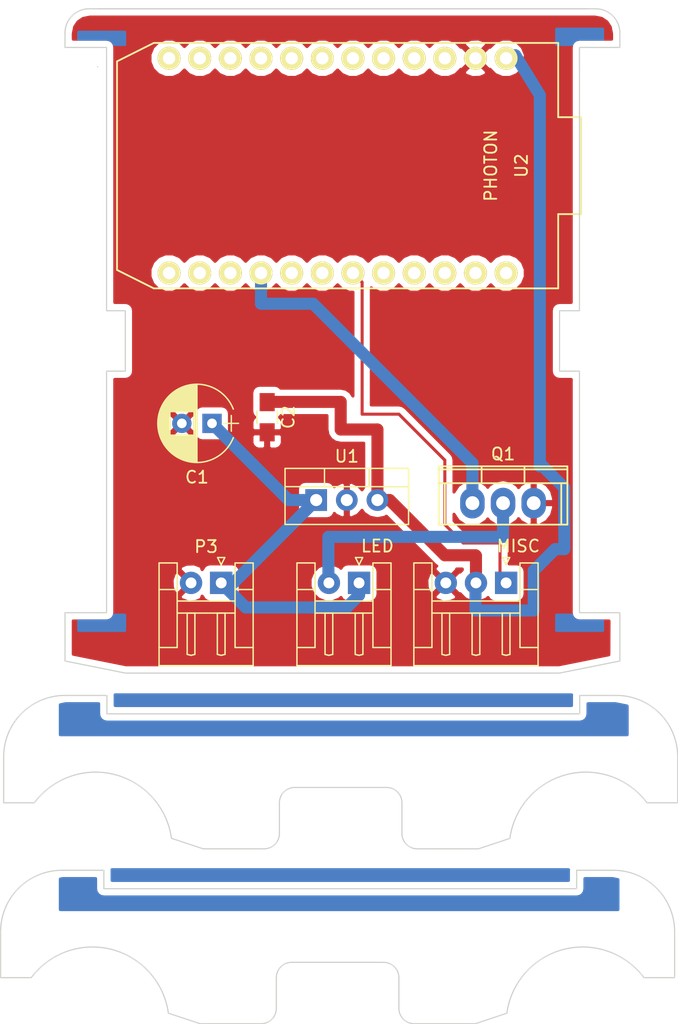
<source format=kicad_pcb>
(kicad_pcb (version 4) (host pcbnew 4.0.5)

  (general
    (links 15)
    (no_connects 0)
    (area 152.349999 49.953598 208.330003 134.082001)
    (thickness 1.6)
    (drawings 90)
    (tracks 55)
    (zones 0)
    (modules 8)
    (nets 26)
  )

  (page A4)
  (layers
    (0 F.Cu signal)
    (31 B.Cu signal)
    (32 B.Adhes user)
    (33 F.Adhes user)
    (34 B.Paste user)
    (35 F.Paste user)
    (36 B.SilkS user)
    (37 F.SilkS user)
    (38 B.Mask user)
    (39 F.Mask user)
    (40 Dwgs.User user)
    (41 Cmts.User user)
    (42 Eco1.User user)
    (43 Eco2.User user)
    (44 Edge.Cuts user)
    (45 Margin user)
    (46 B.CrtYd user)
    (47 F.CrtYd user)
    (48 B.Fab user)
    (49 F.Fab user)
  )

  (setup
    (last_trace_width 1)
    (user_trace_width 1)
    (trace_clearance 0.2)
    (zone_clearance 0.508)
    (zone_45_only yes)
    (trace_min 0.2)
    (segment_width 0.2)
    (edge_width 0.15)
    (via_size 0.6)
    (via_drill 0.4)
    (via_min_size 0.4)
    (via_min_drill 0.3)
    (uvia_size 0.3)
    (uvia_drill 0.1)
    (uvias_allowed no)
    (uvia_min_size 0.2)
    (uvia_min_drill 0.1)
    (pcb_text_width 0.3)
    (pcb_text_size 1.5 1.5)
    (mod_edge_width 0.15)
    (mod_text_size 1 1)
    (mod_text_width 0.15)
    (pad_size 1.524 1.524)
    (pad_drill 0.762)
    (pad_to_mask_clearance 0.2)
    (aux_axis_origin 0 0)
    (visible_elements 7FFFFFFF)
    (pcbplotparams
      (layerselection 0x010f0_80000001)
      (usegerberextensions true)
      (excludeedgelayer true)
      (linewidth 0.100000)
      (plotframeref false)
      (viasonmask false)
      (mode 1)
      (useauxorigin false)
      (hpglpennumber 1)
      (hpglpenspeed 20)
      (hpglpendiameter 15)
      (hpglpenoverlay 2)
      (psnegative false)
      (psa4output false)
      (plotreference true)
      (plotvalue true)
      (plotinvisibletext false)
      (padsonsilk false)
      (subtractmaskfromsilk false)
      (outputformat 1)
      (mirror false)
      (drillshape 0)
      (scaleselection 1)
      (outputdirectory prod/))
  )

  (net 0 "")
  (net 1 "Net-(P1-Pad2)")
  (net 2 "Net-(Q1-Pad1)")
  (net 3 "Net-(P2-Pad1)")
  (net 4 "Net-(C2-Pad1)")
  (net 5 "Net-(U2-Pad3)")
  (net 6 "Net-(U2-Pad4)")
  (net 7 "Net-(U2-Pad5)")
  (net 8 "Net-(U2-Pad6)")
  (net 9 "Net-(U2-Pad7)")
  (net 10 "Net-(U2-Pad8)")
  (net 11 "Net-(U2-Pad9)")
  (net 12 "Net-(U2-Pad10)")
  (net 13 "Net-(U2-Pad11)")
  (net 14 "Net-(U2-Pad12)")
  (net 15 "Net-(U2-Pad24)")
  (net 16 "Net-(U2-Pad23)")
  (net 17 "Net-(U2-Pad22)")
  (net 18 "Net-(U2-Pad20)")
  (net 19 "Net-(U2-Pad18)")
  (net 20 "Net-(U2-Pad17)")
  (net 21 "Net-(U2-Pad15)")
  (net 22 "Net-(U2-Pad14)")
  (net 23 "Net-(U2-Pad13)")
  (net 24 +12V)
  (net 25 GND)

  (net_class Default "This is the default net class."
    (clearance 0.2)
    (trace_width 0.25)
    (via_dia 0.6)
    (via_drill 0.4)
    (uvia_dia 0.3)
    (uvia_drill 0.1)
    (add_net +12V)
    (add_net GND)
    (add_net "Net-(C2-Pad1)")
    (add_net "Net-(P1-Pad2)")
    (add_net "Net-(P2-Pad1)")
    (add_net "Net-(Q1-Pad1)")
    (add_net "Net-(U2-Pad10)")
    (add_net "Net-(U2-Pad11)")
    (add_net "Net-(U2-Pad12)")
    (add_net "Net-(U2-Pad13)")
    (add_net "Net-(U2-Pad14)")
    (add_net "Net-(U2-Pad15)")
    (add_net "Net-(U2-Pad17)")
    (add_net "Net-(U2-Pad18)")
    (add_net "Net-(U2-Pad20)")
    (add_net "Net-(U2-Pad22)")
    (add_net "Net-(U2-Pad23)")
    (add_net "Net-(U2-Pad24)")
    (add_net "Net-(U2-Pad3)")
    (add_net "Net-(U2-Pad4)")
    (add_net "Net-(U2-Pad5)")
    (add_net "Net-(U2-Pad6)")
    (add_net "Net-(U2-Pad7)")
    (add_net "Net-(U2-Pad8)")
    (add_net "Net-(U2-Pad9)")
  )

  (net_class Thick ""
    (clearance 0.2)
    (trace_width 0.65)
    (via_dia 0.6)
    (via_drill 0.4)
    (uvia_dia 0.3)
    (uvia_drill 0.1)
  )

  (module TO-220 (layer F.Cu) (tedit 5B47FD2A) (tstamp 5B47E64C)
    (at 194.818 90.932)
    (descr "Non Isolated JEDEC TO-220 Package")
    (tags "Power Integration YN Package")
    (path /5B47DCC2)
    (fp_text reference Q1 (at 0 -4.064) (layer F.SilkS)
      (effects (font (size 1 1) (thickness 0.15)))
    )
    (fp_text value IRF540N (at 0 -5.588) (layer F.Fab)
      (effects (font (size 1 1) (thickness 0.15)))
    )
    (fp_line (start 4.826 -1.651) (end 4.826 1.778) (layer F.SilkS) (width 0.15))
    (fp_line (start -4.826 -1.651) (end -4.826 1.778) (layer F.SilkS) (width 0.15))
    (fp_line (start 5.334 -2.794) (end -5.334 -2.794) (layer F.SilkS) (width 0.15))
    (fp_line (start 1.778 -1.778) (end 1.778 -3.048) (layer F.SilkS) (width 0.15))
    (fp_line (start -1.778 -1.778) (end -1.778 -3.048) (layer F.SilkS) (width 0.15))
    (fp_line (start -5.334 -1.651) (end 5.334 -1.651) (layer F.SilkS) (width 0.15))
    (fp_line (start 5.334 1.778) (end -5.334 1.778) (layer F.SilkS) (width 0.15))
    (fp_line (start -5.334 -3.048) (end -5.334 1.778) (layer F.SilkS) (width 0.15))
    (fp_line (start 5.334 -3.048) (end 5.334 1.778) (layer F.SilkS) (width 0.15))
    (fp_line (start 5.334 -3.048) (end -5.334 -3.048) (layer F.SilkS) (width 0.15))
    (pad 2 thru_hole oval (at 0 0) (size 2.032 2.54) (drill 1.143) (layers *.Cu *.Mask)
      (net 1 "Net-(P1-Pad2)"))
    (pad 3 thru_hole oval (at 2.54 0) (size 2.032 2.54) (drill 1.143) (layers *.Cu *.Mask)
      (net 25 GND))
    (pad 1 thru_hole oval (at -2.54 0) (size 2.032 2.54) (drill 1.143) (layers *.Cu *.Mask)
      (net 2 "Net-(Q1-Pad1)"))
  )

  (module Connectors_JST:JST_EH_S02B-EH_02x2.50mm_Angled (layer F.Cu) (tedit 5B482E38) (tstamp 5B47E89A)
    (at 182.88 97.536 180)
    (descr "JST EH series connector, S02B-EH, 2.50mm pitch, side entry")
    (tags "connector jst eh side horizontal angled")
    (path /5B47DDC9)
    (fp_text reference P1 (at 1.25 3 180) (layer Dwgs.User)
      (effects (font (size 1 1) (thickness 0.15)))
    )
    (fp_text value LED (at -1.524 3.048 180) (layer F.SilkS)
      (effects (font (size 1 1) (thickness 0.15)))
    )
    (fp_text user %R (at 1.25 -2 180) (layer F.Fab)
      (effects (font (size 1 1) (thickness 0.15)))
    )
    (fp_line (start -2.5 -6.7) (end -2.5 1.5) (layer F.Fab) (width 0.1))
    (fp_line (start -2.5 1.5) (end 5 1.5) (layer F.Fab) (width 0.1))
    (fp_line (start 5 1.5) (end 5 -6.7) (layer F.Fab) (width 0.1))
    (fp_line (start 5 -6.7) (end -2.5 -6.7) (layer F.Fab) (width 0.1))
    (fp_line (start -1.15 -0.55) (end -1.15 1.65) (layer F.SilkS) (width 0.12))
    (fp_line (start -1.15 1.65) (end -2.65 1.65) (layer F.SilkS) (width 0.12))
    (fp_line (start -2.65 1.65) (end -2.65 -6.85) (layer F.SilkS) (width 0.12))
    (fp_line (start -2.65 -6.85) (end 5.15 -6.85) (layer F.SilkS) (width 0.12))
    (fp_line (start 5.15 -6.85) (end 5.15 1.65) (layer F.SilkS) (width 0.12))
    (fp_line (start 5.15 1.65) (end 3.65 1.65) (layer F.SilkS) (width 0.12))
    (fp_line (start 3.65 1.65) (end 3.65 -0.55) (layer F.SilkS) (width 0.12))
    (fp_line (start -2.65 -5.35) (end -1.15 -5.35) (layer F.SilkS) (width 0.12))
    (fp_line (start -1.15 -5.35) (end -1.15 -0.55) (layer F.SilkS) (width 0.12))
    (fp_line (start -1.15 -0.55) (end -2.65 -0.55) (layer F.SilkS) (width 0.12))
    (fp_line (start 5.15 -5.35) (end 3.65 -5.35) (layer F.SilkS) (width 0.12))
    (fp_line (start 3.65 -5.35) (end 3.65 -0.55) (layer F.SilkS) (width 0.12))
    (fp_line (start 3.65 -0.55) (end 5.15 -0.55) (layer F.SilkS) (width 0.12))
    (fp_line (start -1.15 -2.5) (end 3.65 -2.5) (layer F.SilkS) (width 0.12))
    (fp_line (start -1.15 -1.5) (end 3.65 -1.5) (layer F.SilkS) (width 0.12))
    (fp_line (start 0 -2.5) (end -0.32 -2.5) (layer F.SilkS) (width 0.12))
    (fp_line (start -0.32 -2.5) (end -0.32 -5.92) (layer F.SilkS) (width 0.12))
    (fp_line (start -0.32 -5.92) (end 0 -6) (layer F.SilkS) (width 0.12))
    (fp_line (start 0 -6) (end 0.32 -5.92) (layer F.SilkS) (width 0.12))
    (fp_line (start 0.32 -5.92) (end 0.32 -2.5) (layer F.SilkS) (width 0.12))
    (fp_line (start 0.32 -2.5) (end 0 -2.5) (layer F.SilkS) (width 0.12))
    (fp_line (start 2.5 -2.5) (end 2.18 -2.5) (layer F.SilkS) (width 0.12))
    (fp_line (start 2.18 -2.5) (end 2.18 -5.92) (layer F.SilkS) (width 0.12))
    (fp_line (start 2.18 -5.92) (end 2.5 -6) (layer F.SilkS) (width 0.12))
    (fp_line (start 2.5 -6) (end 2.82 -5.92) (layer F.SilkS) (width 0.12))
    (fp_line (start 2.82 -5.92) (end 2.82 -2.5) (layer F.SilkS) (width 0.12))
    (fp_line (start 2.82 -2.5) (end 2.5 -2.5) (layer F.SilkS) (width 0.12))
    (fp_line (start 0 1.5) (end -0.3 2.1) (layer F.SilkS) (width 0.12))
    (fp_line (start -0.3 2.1) (end 0.3 2.1) (layer F.SilkS) (width 0.12))
    (fp_line (start 0.3 2.1) (end 0 1.5) (layer F.SilkS) (width 0.12))
    (fp_line (start 0 1.5) (end -0.3 2.1) (layer F.Fab) (width 0.1))
    (fp_line (start -0.3 2.1) (end 0.3 2.1) (layer F.Fab) (width 0.1))
    (fp_line (start 0.3 2.1) (end 0 1.5) (layer F.Fab) (width 0.1))
    (fp_line (start -3.15 -7.35) (end -3.15 2.15) (layer F.CrtYd) (width 0.05))
    (fp_line (start -3.15 2.15) (end 5.65 2.15) (layer F.CrtYd) (width 0.05))
    (fp_line (start 5.65 2.15) (end 5.65 -7.35) (layer F.CrtYd) (width 0.05))
    (fp_line (start 5.65 -7.35) (end -3.15 -7.35) (layer F.CrtYd) (width 0.05))
    (pad 1 thru_hole rect (at 0 0 180) (size 1.85 1.85) (drill 0.9) (layers *.Cu *.Mask)
      (net 24 +12V))
    (pad 2 thru_hole circle (at 2.5 0 180) (size 1.85 1.85) (drill 0.9) (layers *.Cu *.Mask)
      (net 1 "Net-(P1-Pad2)"))
    (model Connectors_JST.3dshapes/JST_EH_S02B-EH_02x2.50mm_Angled.wrl
      (at (xyz 0 0 0))
      (scale (xyz 1 1 1))
      (rotate (xyz 0 0 0))
    )
  )

  (module Connectors_JST:JST_EH_S03B-EH_03x2.50mm_Angled (layer F.Cu) (tedit 5B482E3F) (tstamp 5B47E8D1)
    (at 195.072 97.536 180)
    (descr "JST EH series connector, S03B-EH, 2.50mm pitch, side entry")
    (tags "connector jst eh side horizontal angled")
    (path /5B47E8CA)
    (fp_text reference P2 (at 2.5 3 180) (layer Dwgs.User)
      (effects (font (size 1 1) (thickness 0.15)))
    )
    (fp_text value MISC (at -1.016 3.048 180) (layer F.SilkS)
      (effects (font (size 1 1) (thickness 0.15)))
    )
    (fp_text user %R (at 2.5 -2 180) (layer F.Fab)
      (effects (font (size 1 1) (thickness 0.15)))
    )
    (fp_line (start -2.5 -6.7) (end -2.5 1.5) (layer F.Fab) (width 0.1))
    (fp_line (start -2.5 1.5) (end 7.5 1.5) (layer F.Fab) (width 0.1))
    (fp_line (start 7.5 1.5) (end 7.5 -6.7) (layer F.Fab) (width 0.1))
    (fp_line (start 7.5 -6.7) (end -2.5 -6.7) (layer F.Fab) (width 0.1))
    (fp_line (start -1.15 -0.55) (end -1.15 1.65) (layer F.SilkS) (width 0.12))
    (fp_line (start -1.15 1.65) (end -2.65 1.65) (layer F.SilkS) (width 0.12))
    (fp_line (start -2.65 1.65) (end -2.65 -6.85) (layer F.SilkS) (width 0.12))
    (fp_line (start -2.65 -6.85) (end 7.65 -6.85) (layer F.SilkS) (width 0.12))
    (fp_line (start 7.65 -6.85) (end 7.65 1.65) (layer F.SilkS) (width 0.12))
    (fp_line (start 7.65 1.65) (end 6.15 1.65) (layer F.SilkS) (width 0.12))
    (fp_line (start 6.15 1.65) (end 6.15 -0.55) (layer F.SilkS) (width 0.12))
    (fp_line (start -2.65 -5.35) (end -1.15 -5.35) (layer F.SilkS) (width 0.12))
    (fp_line (start -1.15 -5.35) (end -1.15 -0.55) (layer F.SilkS) (width 0.12))
    (fp_line (start -1.15 -0.55) (end -2.65 -0.55) (layer F.SilkS) (width 0.12))
    (fp_line (start 7.65 -5.35) (end 6.15 -5.35) (layer F.SilkS) (width 0.12))
    (fp_line (start 6.15 -5.35) (end 6.15 -0.55) (layer F.SilkS) (width 0.12))
    (fp_line (start 6.15 -0.55) (end 7.65 -0.55) (layer F.SilkS) (width 0.12))
    (fp_line (start -1.15 -2.5) (end 6.15 -2.5) (layer F.SilkS) (width 0.12))
    (fp_line (start -1.15 -1.5) (end 6.15 -1.5) (layer F.SilkS) (width 0.12))
    (fp_line (start 0 -2.5) (end -0.32 -2.5) (layer F.SilkS) (width 0.12))
    (fp_line (start -0.32 -2.5) (end -0.32 -5.92) (layer F.SilkS) (width 0.12))
    (fp_line (start -0.32 -5.92) (end 0 -6) (layer F.SilkS) (width 0.12))
    (fp_line (start 0 -6) (end 0.32 -5.92) (layer F.SilkS) (width 0.12))
    (fp_line (start 0.32 -5.92) (end 0.32 -2.5) (layer F.SilkS) (width 0.12))
    (fp_line (start 0.32 -2.5) (end 0 -2.5) (layer F.SilkS) (width 0.12))
    (fp_line (start 2.5 -2.5) (end 2.18 -2.5) (layer F.SilkS) (width 0.12))
    (fp_line (start 2.18 -2.5) (end 2.18 -5.92) (layer F.SilkS) (width 0.12))
    (fp_line (start 2.18 -5.92) (end 2.5 -6) (layer F.SilkS) (width 0.12))
    (fp_line (start 2.5 -6) (end 2.82 -5.92) (layer F.SilkS) (width 0.12))
    (fp_line (start 2.82 -5.92) (end 2.82 -2.5) (layer F.SilkS) (width 0.12))
    (fp_line (start 2.82 -2.5) (end 2.5 -2.5) (layer F.SilkS) (width 0.12))
    (fp_line (start 5 -2.5) (end 4.68 -2.5) (layer F.SilkS) (width 0.12))
    (fp_line (start 4.68 -2.5) (end 4.68 -5.92) (layer F.SilkS) (width 0.12))
    (fp_line (start 4.68 -5.92) (end 5 -6) (layer F.SilkS) (width 0.12))
    (fp_line (start 5 -6) (end 5.32 -5.92) (layer F.SilkS) (width 0.12))
    (fp_line (start 5.32 -5.92) (end 5.32 -2.5) (layer F.SilkS) (width 0.12))
    (fp_line (start 5.32 -2.5) (end 5 -2.5) (layer F.SilkS) (width 0.12))
    (fp_line (start 0 1.5) (end -0.3 2.1) (layer F.SilkS) (width 0.12))
    (fp_line (start -0.3 2.1) (end 0.3 2.1) (layer F.SilkS) (width 0.12))
    (fp_line (start 0.3 2.1) (end 0 1.5) (layer F.SilkS) (width 0.12))
    (fp_line (start 0 1.5) (end -0.3 2.1) (layer F.Fab) (width 0.1))
    (fp_line (start -0.3 2.1) (end 0.3 2.1) (layer F.Fab) (width 0.1))
    (fp_line (start 0.3 2.1) (end 0 1.5) (layer F.Fab) (width 0.1))
    (fp_line (start -3.15 -7.35) (end -3.15 2.15) (layer F.CrtYd) (width 0.05))
    (fp_line (start -3.15 2.15) (end 8.15 2.15) (layer F.CrtYd) (width 0.05))
    (fp_line (start 8.15 2.15) (end 8.15 -7.35) (layer F.CrtYd) (width 0.05))
    (fp_line (start 8.15 -7.35) (end -3.15 -7.35) (layer F.CrtYd) (width 0.05))
    (pad 1 thru_hole rect (at 0 0 180) (size 1.85 1.85) (drill 0.9) (layers *.Cu *.Mask)
      (net 3 "Net-(P2-Pad1)"))
    (pad 2 thru_hole circle (at 2.5 0 180) (size 1.85 1.85) (drill 0.9) (layers *.Cu *.Mask)
      (net 4 "Net-(C2-Pad1)"))
    (pad 3 thru_hole circle (at 5 0 180) (size 1.85 1.85) (drill 0.9) (layers *.Cu *.Mask)
      (net 25 GND))
    (model Connectors_JST.3dshapes/JST_EH_S03B-EH_03x2.50mm_Angled.wrl
      (at (xyz 0 0 0))
      (scale (xyz 1 1 1))
      (rotate (xyz 0 0 0))
    )
  )

  (module TO_SOT_Packages_THT:TO-220-3_Vertical (layer F.Cu) (tedit 5B47FD1D) (tstamp 5B47E8EB)
    (at 179.324 90.678)
    (descr "TO-220-3, Vertical, RM 2.54mm")
    (tags "TO-220-3 Vertical RM 2.54mm")
    (path /5B47ED6D)
    (fp_text reference U1 (at 2.54 -3.62) (layer F.SilkS)
      (effects (font (size 1 1) (thickness 0.15)))
    )
    (fp_text value LM7805CT (at 2.794 -5.334) (layer F.Fab)
      (effects (font (size 1 1) (thickness 0.15)))
    )
    (fp_text user %R (at 2.54 -3.62) (layer F.Fab)
      (effects (font (size 1 1) (thickness 0.15)))
    )
    (fp_line (start -2.46 -2.5) (end -2.46 1.9) (layer F.Fab) (width 0.1))
    (fp_line (start -2.46 1.9) (end 7.54 1.9) (layer F.Fab) (width 0.1))
    (fp_line (start 7.54 1.9) (end 7.54 -2.5) (layer F.Fab) (width 0.1))
    (fp_line (start 7.54 -2.5) (end -2.46 -2.5) (layer F.Fab) (width 0.1))
    (fp_line (start -2.46 -1.23) (end 7.54 -1.23) (layer F.Fab) (width 0.1))
    (fp_line (start 0.69 -2.5) (end 0.69 -1.23) (layer F.Fab) (width 0.1))
    (fp_line (start 4.39 -2.5) (end 4.39 -1.23) (layer F.Fab) (width 0.1))
    (fp_line (start -2.58 -2.62) (end 7.66 -2.62) (layer F.SilkS) (width 0.12))
    (fp_line (start -2.58 2.021) (end 7.66 2.021) (layer F.SilkS) (width 0.12))
    (fp_line (start -2.58 -2.62) (end -2.58 2.021) (layer F.SilkS) (width 0.12))
    (fp_line (start 7.66 -2.62) (end 7.66 2.021) (layer F.SilkS) (width 0.12))
    (fp_line (start -2.58 -1.11) (end 7.66 -1.11) (layer F.SilkS) (width 0.12))
    (fp_line (start 0.69 -2.62) (end 0.69 -1.11) (layer F.SilkS) (width 0.12))
    (fp_line (start 4.391 -2.62) (end 4.391 -1.11) (layer F.SilkS) (width 0.12))
    (fp_line (start -2.71 -2.75) (end -2.71 2.16) (layer F.CrtYd) (width 0.05))
    (fp_line (start -2.71 2.16) (end 7.79 2.16) (layer F.CrtYd) (width 0.05))
    (fp_line (start 7.79 2.16) (end 7.79 -2.75) (layer F.CrtYd) (width 0.05))
    (fp_line (start 7.79 -2.75) (end -2.71 -2.75) (layer F.CrtYd) (width 0.05))
    (pad 1 thru_hole rect (at 0 0) (size 1.8 1.8) (drill 1) (layers *.Cu *.Mask)
      (net 24 +12V))
    (pad 2 thru_hole oval (at 2.54 0) (size 1.8 1.8) (drill 1) (layers *.Cu *.Mask)
      (net 25 GND))
    (pad 3 thru_hole oval (at 5.08 0) (size 1.8 1.8) (drill 1) (layers *.Cu *.Mask)
      (net 4 "Net-(C2-Pad1)"))
    (model ${KISYS3DMOD}/TO_SOT_Packages_THT.3dshapes/TO-220-3_Vertical.wrl
      (at (xyz 0.1 0 0))
      (scale (xyz 0.393701 0.393701 0.393701))
      (rotate (xyz 0 0 0))
    )
  )

  (module particle-boards:PHOTON (layer F.Cu) (tedit 5B4803B4) (tstamp 5B47E91A)
    (at 179.832 62.992 270)
    (path /5B47E7ED)
    (fp_text reference U2 (at 0 -16.51 270) (layer F.SilkS)
      (effects (font (size 1 1) (thickness 0.15)))
    )
    (fp_text value PHOTON (at 0 -13.97 270) (layer F.SilkS)
      (effects (font (size 1 1) (thickness 0.15)))
    )
    (fp_line (start 6.35 21.59) (end 7.62 21.59) (layer Dwgs.User) (width 0.15))
    (fp_line (start 7.62 21.59) (end 7.62 8.89) (layer Dwgs.User) (width 0.15))
    (fp_line (start 7.62 8.89) (end -7.62 8.89) (layer Dwgs.User) (width 0.15))
    (fp_line (start 6.35 21.59) (end -7.62 21.59) (layer Dwgs.User) (width 0.15))
    (fp_line (start -7.62 21.59) (end -7.62 8.89) (layer Dwgs.User) (width 0.15))
    (fp_line (start 10.16 13.97) (end 8.636 17.018) (layer F.SilkS) (width 0.15))
    (fp_line (start -10.16 13.97) (end -8.636 17.018) (layer F.SilkS) (width 0.15))
    (fp_line (start -8.636 17.018) (end 8.636 17.018) (layer F.SilkS) (width 0.15))
    (fp_line (start 10.16 -19.558) (end 10.16 13.97) (layer F.SilkS) (width 0.15))
    (fp_line (start -10.16 -19.558) (end -10.16 13.97) (layer F.SilkS) (width 0.15))
    (fp_line (start 4.0132 -19.558) (end 10.16 -19.558) (layer F.SilkS) (width 0.15))
    (fp_line (start -4.0132 -19.558) (end -10.16 -19.558) (layer F.SilkS) (width 0.15))
    (fp_line (start -4.0132 -21.463) (end -4.0132 -19.558) (layer F.SilkS) (width 0.15))
    (fp_line (start 4.0132 -21.463) (end 4.0132 -19.558) (layer F.SilkS) (width 0.15))
    (fp_line (start -4.0132 -21.463) (end 4.0132 -21.463) (layer F.SilkS) (width 0.15))
    (pad 1 thru_hole circle (at -8.89 -15.24 270) (size 1.9 1.9) (drill 1.02) (layers *.Cu *.Mask F.SilkS)
      (net 4 "Net-(C2-Pad1)"))
    (pad 2 thru_hole circle (at -8.89 -12.7 270) (size 1.9 1.9) (drill 1.02) (layers *.Cu *.Mask F.SilkS)
      (net 25 GND))
    (pad 3 thru_hole circle (at -8.89 -10.16 270) (size 1.9 1.9) (drill 1.02) (layers *.Cu *.Mask F.SilkS)
      (net 5 "Net-(U2-Pad3)"))
    (pad 4 thru_hole circle (at -8.89 -7.62 270) (size 1.9 1.9) (drill 1.02) (layers *.Cu *.Mask F.SilkS)
      (net 6 "Net-(U2-Pad4)"))
    (pad 5 thru_hole circle (at -8.89 -5.08 270) (size 1.9 1.9) (drill 1.02) (layers *.Cu *.Mask F.SilkS)
      (net 7 "Net-(U2-Pad5)"))
    (pad 6 thru_hole circle (at -8.89 -2.54 270) (size 1.9 1.9) (drill 1.02) (layers *.Cu *.Mask F.SilkS)
      (net 8 "Net-(U2-Pad6)"))
    (pad 7 thru_hole circle (at -8.89 0 270) (size 1.9 1.9) (drill 1.02) (layers *.Cu *.Mask F.SilkS)
      (net 9 "Net-(U2-Pad7)"))
    (pad 8 thru_hole circle (at -8.89 2.54 270) (size 1.9 1.9) (drill 1.02) (layers *.Cu *.Mask F.SilkS)
      (net 10 "Net-(U2-Pad8)"))
    (pad 9 thru_hole circle (at -8.89 5.08 270) (size 1.9 1.9) (drill 1.02) (layers *.Cu *.Mask F.SilkS)
      (net 11 "Net-(U2-Pad9)"))
    (pad 10 thru_hole circle (at -8.89 7.62 270) (size 1.9 1.9) (drill 1.02) (layers *.Cu *.Mask F.SilkS)
      (net 12 "Net-(U2-Pad10)"))
    (pad 11 thru_hole circle (at -8.89 10.16 270) (size 1.9 1.9) (drill 1.02) (layers *.Cu *.Mask F.SilkS)
      (net 13 "Net-(U2-Pad11)"))
    (pad 12 thru_hole circle (at -8.89 12.7 270) (size 1.9 1.9) (drill 1.02) (layers *.Cu *.Mask F.SilkS)
      (net 14 "Net-(U2-Pad12)"))
    (pad 24 thru_hole circle (at 8.89 -15.24 270) (size 1.9 1.9) (drill 1.02) (layers *.Cu *.Mask F.SilkS)
      (net 15 "Net-(U2-Pad24)"))
    (pad 23 thru_hole circle (at 8.89 -12.7 270) (size 1.9 1.9) (drill 1.02) (layers *.Cu *.Mask F.SilkS)
      (net 16 "Net-(U2-Pad23)"))
    (pad 22 thru_hole circle (at 8.89 -10.16 270) (size 1.9 1.9) (drill 1.02) (layers *.Cu *.Mask F.SilkS)
      (net 17 "Net-(U2-Pad22)"))
    (pad 21 thru_hole circle (at 8.89 -7.62 270) (size 1.9 1.9) (drill 1.02) (layers *.Cu *.Mask F.SilkS))
    (pad 20 thru_hole circle (at 8.89 -5.08 270) (size 1.9 1.9) (drill 1.02) (layers *.Cu *.Mask F.SilkS)
      (net 18 "Net-(U2-Pad20)"))
    (pad 19 thru_hole circle (at 8.89 -2.54 270) (size 1.9 1.9) (drill 1.02) (layers *.Cu *.Mask F.SilkS)
      (net 3 "Net-(P2-Pad1)"))
    (pad 18 thru_hole circle (at 8.89 0 270) (size 1.9 1.9) (drill 1.02) (layers *.Cu *.Mask F.SilkS)
      (net 19 "Net-(U2-Pad18)"))
    (pad 17 thru_hole circle (at 8.89 2.54 270) (size 1.9 1.9) (drill 1.02) (layers *.Cu *.Mask F.SilkS)
      (net 20 "Net-(U2-Pad17)"))
    (pad 16 thru_hole circle (at 8.89 5.08 270) (size 1.9 1.9) (drill 1.02) (layers *.Cu *.Mask F.SilkS)
      (net 2 "Net-(Q1-Pad1)"))
    (pad 15 thru_hole circle (at 8.89 7.62 270) (size 1.9 1.9) (drill 1.02) (layers *.Cu *.Mask F.SilkS)
      (net 21 "Net-(U2-Pad15)"))
    (pad 14 thru_hole circle (at 8.89 10.16 270) (size 1.9 1.9) (drill 1.02) (layers *.Cu *.Mask F.SilkS)
      (net 22 "Net-(U2-Pad14)"))
    (pad 13 thru_hole circle (at 8.89 12.7 270) (size 1.9 1.9) (drill 1.02) (layers *.Cu *.Mask F.SilkS)
      (net 23 "Net-(U2-Pad13)"))
  )

  (module Capacitors_SMD:C_0805_HandSoldering (layer F.Cu) (tedit 58AA84A8) (tstamp 5B47EA83)
    (at 175.26 83.82 270)
    (descr "Capacitor SMD 0805, hand soldering")
    (tags "capacitor 0805")
    (path /5B47E208)
    (attr smd)
    (fp_text reference C2 (at 0 -1.75 270) (layer F.SilkS)
      (effects (font (size 1 1) (thickness 0.15)))
    )
    (fp_text value C (at 0 1.75 270) (layer F.Fab)
      (effects (font (size 1 1) (thickness 0.15)))
    )
    (fp_text user %R (at 0 -1.75 270) (layer F.Fab)
      (effects (font (size 1 1) (thickness 0.15)))
    )
    (fp_line (start -1 0.62) (end -1 -0.62) (layer F.Fab) (width 0.1))
    (fp_line (start 1 0.62) (end -1 0.62) (layer F.Fab) (width 0.1))
    (fp_line (start 1 -0.62) (end 1 0.62) (layer F.Fab) (width 0.1))
    (fp_line (start -1 -0.62) (end 1 -0.62) (layer F.Fab) (width 0.1))
    (fp_line (start 0.5 -0.85) (end -0.5 -0.85) (layer F.SilkS) (width 0.12))
    (fp_line (start -0.5 0.85) (end 0.5 0.85) (layer F.SilkS) (width 0.12))
    (fp_line (start -2.25 -0.88) (end 2.25 -0.88) (layer F.CrtYd) (width 0.05))
    (fp_line (start -2.25 -0.88) (end -2.25 0.87) (layer F.CrtYd) (width 0.05))
    (fp_line (start 2.25 0.87) (end 2.25 -0.88) (layer F.CrtYd) (width 0.05))
    (fp_line (start 2.25 0.87) (end -2.25 0.87) (layer F.CrtYd) (width 0.05))
    (pad 1 smd rect (at -1.25 0 270) (size 1.5 1.25) (layers F.Cu F.Paste F.Mask)
      (net 4 "Net-(C2-Pad1)"))
    (pad 2 smd rect (at 1.25 0 270) (size 1.5 1.25) (layers F.Cu F.Paste F.Mask)
      (net 25 GND))
    (model Capacitors_SMD.3dshapes/C_0805.wrl
      (at (xyz 0 0 0))
      (scale (xyz 1 1 1))
      (rotate (xyz 0 0 0))
    )
  )

  (module Capacitors_THT:CP_Radial_D6.3mm_P2.50mm (layer F.Cu) (tedit 597BC7C2) (tstamp 5B47EA72)
    (at 170.688 84.328 180)
    (descr "CP, Radial series, Radial, pin pitch=2.50mm, , diameter=6.3mm, Electrolytic Capacitor")
    (tags "CP Radial series Radial pin pitch 2.50mm  diameter 6.3mm Electrolytic Capacitor")
    (path /5B47E193)
    (fp_text reference C1 (at 1.25 -4.46 180) (layer F.SilkS)
      (effects (font (size 1 1) (thickness 0.15)))
    )
    (fp_text value CP (at 1.25 4.46 180) (layer F.Fab)
      (effects (font (size 1 1) (thickness 0.15)))
    )
    (fp_arc (start 1.25 0) (end -1.767482 -1.18) (angle 137.3) (layer F.SilkS) (width 0.12))
    (fp_arc (start 1.25 0) (end -1.767482 1.18) (angle -137.3) (layer F.SilkS) (width 0.12))
    (fp_arc (start 1.25 0) (end 4.267482 -1.18) (angle 42.7) (layer F.SilkS) (width 0.12))
    (fp_circle (center 1.25 0) (end 4.4 0) (layer F.Fab) (width 0.1))
    (fp_line (start -2.2 0) (end -1 0) (layer F.Fab) (width 0.1))
    (fp_line (start -1.6 -0.65) (end -1.6 0.65) (layer F.Fab) (width 0.1))
    (fp_line (start 1.25 -3.2) (end 1.25 3.2) (layer F.SilkS) (width 0.12))
    (fp_line (start 1.29 -3.2) (end 1.29 3.2) (layer F.SilkS) (width 0.12))
    (fp_line (start 1.33 -3.2) (end 1.33 3.2) (layer F.SilkS) (width 0.12))
    (fp_line (start 1.37 -3.198) (end 1.37 3.198) (layer F.SilkS) (width 0.12))
    (fp_line (start 1.41 -3.197) (end 1.41 3.197) (layer F.SilkS) (width 0.12))
    (fp_line (start 1.45 -3.194) (end 1.45 3.194) (layer F.SilkS) (width 0.12))
    (fp_line (start 1.49 -3.192) (end 1.49 3.192) (layer F.SilkS) (width 0.12))
    (fp_line (start 1.53 -3.188) (end 1.53 -0.98) (layer F.SilkS) (width 0.12))
    (fp_line (start 1.53 0.98) (end 1.53 3.188) (layer F.SilkS) (width 0.12))
    (fp_line (start 1.57 -3.185) (end 1.57 -0.98) (layer F.SilkS) (width 0.12))
    (fp_line (start 1.57 0.98) (end 1.57 3.185) (layer F.SilkS) (width 0.12))
    (fp_line (start 1.61 -3.18) (end 1.61 -0.98) (layer F.SilkS) (width 0.12))
    (fp_line (start 1.61 0.98) (end 1.61 3.18) (layer F.SilkS) (width 0.12))
    (fp_line (start 1.65 -3.176) (end 1.65 -0.98) (layer F.SilkS) (width 0.12))
    (fp_line (start 1.65 0.98) (end 1.65 3.176) (layer F.SilkS) (width 0.12))
    (fp_line (start 1.69 -3.17) (end 1.69 -0.98) (layer F.SilkS) (width 0.12))
    (fp_line (start 1.69 0.98) (end 1.69 3.17) (layer F.SilkS) (width 0.12))
    (fp_line (start 1.73 -3.165) (end 1.73 -0.98) (layer F.SilkS) (width 0.12))
    (fp_line (start 1.73 0.98) (end 1.73 3.165) (layer F.SilkS) (width 0.12))
    (fp_line (start 1.77 -3.158) (end 1.77 -0.98) (layer F.SilkS) (width 0.12))
    (fp_line (start 1.77 0.98) (end 1.77 3.158) (layer F.SilkS) (width 0.12))
    (fp_line (start 1.81 -3.152) (end 1.81 -0.98) (layer F.SilkS) (width 0.12))
    (fp_line (start 1.81 0.98) (end 1.81 3.152) (layer F.SilkS) (width 0.12))
    (fp_line (start 1.85 -3.144) (end 1.85 -0.98) (layer F.SilkS) (width 0.12))
    (fp_line (start 1.85 0.98) (end 1.85 3.144) (layer F.SilkS) (width 0.12))
    (fp_line (start 1.89 -3.137) (end 1.89 -0.98) (layer F.SilkS) (width 0.12))
    (fp_line (start 1.89 0.98) (end 1.89 3.137) (layer F.SilkS) (width 0.12))
    (fp_line (start 1.93 -3.128) (end 1.93 -0.98) (layer F.SilkS) (width 0.12))
    (fp_line (start 1.93 0.98) (end 1.93 3.128) (layer F.SilkS) (width 0.12))
    (fp_line (start 1.971 -3.119) (end 1.971 -0.98) (layer F.SilkS) (width 0.12))
    (fp_line (start 1.971 0.98) (end 1.971 3.119) (layer F.SilkS) (width 0.12))
    (fp_line (start 2.011 -3.11) (end 2.011 -0.98) (layer F.SilkS) (width 0.12))
    (fp_line (start 2.011 0.98) (end 2.011 3.11) (layer F.SilkS) (width 0.12))
    (fp_line (start 2.051 -3.1) (end 2.051 -0.98) (layer F.SilkS) (width 0.12))
    (fp_line (start 2.051 0.98) (end 2.051 3.1) (layer F.SilkS) (width 0.12))
    (fp_line (start 2.091 -3.09) (end 2.091 -0.98) (layer F.SilkS) (width 0.12))
    (fp_line (start 2.091 0.98) (end 2.091 3.09) (layer F.SilkS) (width 0.12))
    (fp_line (start 2.131 -3.079) (end 2.131 -0.98) (layer F.SilkS) (width 0.12))
    (fp_line (start 2.131 0.98) (end 2.131 3.079) (layer F.SilkS) (width 0.12))
    (fp_line (start 2.171 -3.067) (end 2.171 -0.98) (layer F.SilkS) (width 0.12))
    (fp_line (start 2.171 0.98) (end 2.171 3.067) (layer F.SilkS) (width 0.12))
    (fp_line (start 2.211 -3.055) (end 2.211 -0.98) (layer F.SilkS) (width 0.12))
    (fp_line (start 2.211 0.98) (end 2.211 3.055) (layer F.SilkS) (width 0.12))
    (fp_line (start 2.251 -3.042) (end 2.251 -0.98) (layer F.SilkS) (width 0.12))
    (fp_line (start 2.251 0.98) (end 2.251 3.042) (layer F.SilkS) (width 0.12))
    (fp_line (start 2.291 -3.029) (end 2.291 -0.98) (layer F.SilkS) (width 0.12))
    (fp_line (start 2.291 0.98) (end 2.291 3.029) (layer F.SilkS) (width 0.12))
    (fp_line (start 2.331 -3.015) (end 2.331 -0.98) (layer F.SilkS) (width 0.12))
    (fp_line (start 2.331 0.98) (end 2.331 3.015) (layer F.SilkS) (width 0.12))
    (fp_line (start 2.371 -3.001) (end 2.371 -0.98) (layer F.SilkS) (width 0.12))
    (fp_line (start 2.371 0.98) (end 2.371 3.001) (layer F.SilkS) (width 0.12))
    (fp_line (start 2.411 -2.986) (end 2.411 -0.98) (layer F.SilkS) (width 0.12))
    (fp_line (start 2.411 0.98) (end 2.411 2.986) (layer F.SilkS) (width 0.12))
    (fp_line (start 2.451 -2.97) (end 2.451 -0.98) (layer F.SilkS) (width 0.12))
    (fp_line (start 2.451 0.98) (end 2.451 2.97) (layer F.SilkS) (width 0.12))
    (fp_line (start 2.491 -2.954) (end 2.491 -0.98) (layer F.SilkS) (width 0.12))
    (fp_line (start 2.491 0.98) (end 2.491 2.954) (layer F.SilkS) (width 0.12))
    (fp_line (start 2.531 -2.937) (end 2.531 -0.98) (layer F.SilkS) (width 0.12))
    (fp_line (start 2.531 0.98) (end 2.531 2.937) (layer F.SilkS) (width 0.12))
    (fp_line (start 2.571 -2.919) (end 2.571 -0.98) (layer F.SilkS) (width 0.12))
    (fp_line (start 2.571 0.98) (end 2.571 2.919) (layer F.SilkS) (width 0.12))
    (fp_line (start 2.611 -2.901) (end 2.611 -0.98) (layer F.SilkS) (width 0.12))
    (fp_line (start 2.611 0.98) (end 2.611 2.901) (layer F.SilkS) (width 0.12))
    (fp_line (start 2.651 -2.882) (end 2.651 -0.98) (layer F.SilkS) (width 0.12))
    (fp_line (start 2.651 0.98) (end 2.651 2.882) (layer F.SilkS) (width 0.12))
    (fp_line (start 2.691 -2.863) (end 2.691 -0.98) (layer F.SilkS) (width 0.12))
    (fp_line (start 2.691 0.98) (end 2.691 2.863) (layer F.SilkS) (width 0.12))
    (fp_line (start 2.731 -2.843) (end 2.731 -0.98) (layer F.SilkS) (width 0.12))
    (fp_line (start 2.731 0.98) (end 2.731 2.843) (layer F.SilkS) (width 0.12))
    (fp_line (start 2.771 -2.822) (end 2.771 -0.98) (layer F.SilkS) (width 0.12))
    (fp_line (start 2.771 0.98) (end 2.771 2.822) (layer F.SilkS) (width 0.12))
    (fp_line (start 2.811 -2.8) (end 2.811 -0.98) (layer F.SilkS) (width 0.12))
    (fp_line (start 2.811 0.98) (end 2.811 2.8) (layer F.SilkS) (width 0.12))
    (fp_line (start 2.851 -2.778) (end 2.851 -0.98) (layer F.SilkS) (width 0.12))
    (fp_line (start 2.851 0.98) (end 2.851 2.778) (layer F.SilkS) (width 0.12))
    (fp_line (start 2.891 -2.755) (end 2.891 -0.98) (layer F.SilkS) (width 0.12))
    (fp_line (start 2.891 0.98) (end 2.891 2.755) (layer F.SilkS) (width 0.12))
    (fp_line (start 2.931 -2.731) (end 2.931 -0.98) (layer F.SilkS) (width 0.12))
    (fp_line (start 2.931 0.98) (end 2.931 2.731) (layer F.SilkS) (width 0.12))
    (fp_line (start 2.971 -2.706) (end 2.971 -0.98) (layer F.SilkS) (width 0.12))
    (fp_line (start 2.971 0.98) (end 2.971 2.706) (layer F.SilkS) (width 0.12))
    (fp_line (start 3.011 -2.681) (end 3.011 -0.98) (layer F.SilkS) (width 0.12))
    (fp_line (start 3.011 0.98) (end 3.011 2.681) (layer F.SilkS) (width 0.12))
    (fp_line (start 3.051 -2.654) (end 3.051 -0.98) (layer F.SilkS) (width 0.12))
    (fp_line (start 3.051 0.98) (end 3.051 2.654) (layer F.SilkS) (width 0.12))
    (fp_line (start 3.091 -2.627) (end 3.091 -0.98) (layer F.SilkS) (width 0.12))
    (fp_line (start 3.091 0.98) (end 3.091 2.627) (layer F.SilkS) (width 0.12))
    (fp_line (start 3.131 -2.599) (end 3.131 -0.98) (layer F.SilkS) (width 0.12))
    (fp_line (start 3.131 0.98) (end 3.131 2.599) (layer F.SilkS) (width 0.12))
    (fp_line (start 3.171 -2.57) (end 3.171 -0.98) (layer F.SilkS) (width 0.12))
    (fp_line (start 3.171 0.98) (end 3.171 2.57) (layer F.SilkS) (width 0.12))
    (fp_line (start 3.211 -2.54) (end 3.211 -0.98) (layer F.SilkS) (width 0.12))
    (fp_line (start 3.211 0.98) (end 3.211 2.54) (layer F.SilkS) (width 0.12))
    (fp_line (start 3.251 -2.51) (end 3.251 -0.98) (layer F.SilkS) (width 0.12))
    (fp_line (start 3.251 0.98) (end 3.251 2.51) (layer F.SilkS) (width 0.12))
    (fp_line (start 3.291 -2.478) (end 3.291 -0.98) (layer F.SilkS) (width 0.12))
    (fp_line (start 3.291 0.98) (end 3.291 2.478) (layer F.SilkS) (width 0.12))
    (fp_line (start 3.331 -2.445) (end 3.331 -0.98) (layer F.SilkS) (width 0.12))
    (fp_line (start 3.331 0.98) (end 3.331 2.445) (layer F.SilkS) (width 0.12))
    (fp_line (start 3.371 -2.411) (end 3.371 -0.98) (layer F.SilkS) (width 0.12))
    (fp_line (start 3.371 0.98) (end 3.371 2.411) (layer F.SilkS) (width 0.12))
    (fp_line (start 3.411 -2.375) (end 3.411 -0.98) (layer F.SilkS) (width 0.12))
    (fp_line (start 3.411 0.98) (end 3.411 2.375) (layer F.SilkS) (width 0.12))
    (fp_line (start 3.451 -2.339) (end 3.451 -0.98) (layer F.SilkS) (width 0.12))
    (fp_line (start 3.451 0.98) (end 3.451 2.339) (layer F.SilkS) (width 0.12))
    (fp_line (start 3.491 -2.301) (end 3.491 2.301) (layer F.SilkS) (width 0.12))
    (fp_line (start 3.531 -2.262) (end 3.531 2.262) (layer F.SilkS) (width 0.12))
    (fp_line (start 3.571 -2.222) (end 3.571 2.222) (layer F.SilkS) (width 0.12))
    (fp_line (start 3.611 -2.18) (end 3.611 2.18) (layer F.SilkS) (width 0.12))
    (fp_line (start 3.651 -2.137) (end 3.651 2.137) (layer F.SilkS) (width 0.12))
    (fp_line (start 3.691 -2.092) (end 3.691 2.092) (layer F.SilkS) (width 0.12))
    (fp_line (start 3.731 -2.045) (end 3.731 2.045) (layer F.SilkS) (width 0.12))
    (fp_line (start 3.771 -1.997) (end 3.771 1.997) (layer F.SilkS) (width 0.12))
    (fp_line (start 3.811 -1.946) (end 3.811 1.946) (layer F.SilkS) (width 0.12))
    (fp_line (start 3.851 -1.894) (end 3.851 1.894) (layer F.SilkS) (width 0.12))
    (fp_line (start 3.891 -1.839) (end 3.891 1.839) (layer F.SilkS) (width 0.12))
    (fp_line (start 3.931 -1.781) (end 3.931 1.781) (layer F.SilkS) (width 0.12))
    (fp_line (start 3.971 -1.721) (end 3.971 1.721) (layer F.SilkS) (width 0.12))
    (fp_line (start 4.011 -1.658) (end 4.011 1.658) (layer F.SilkS) (width 0.12))
    (fp_line (start 4.051 -1.591) (end 4.051 1.591) (layer F.SilkS) (width 0.12))
    (fp_line (start 4.091 -1.52) (end 4.091 1.52) (layer F.SilkS) (width 0.12))
    (fp_line (start 4.131 -1.445) (end 4.131 1.445) (layer F.SilkS) (width 0.12))
    (fp_line (start 4.171 -1.364) (end 4.171 1.364) (layer F.SilkS) (width 0.12))
    (fp_line (start 4.211 -1.278) (end 4.211 1.278) (layer F.SilkS) (width 0.12))
    (fp_line (start 4.251 -1.184) (end 4.251 1.184) (layer F.SilkS) (width 0.12))
    (fp_line (start 4.291 -1.081) (end 4.291 1.081) (layer F.SilkS) (width 0.12))
    (fp_line (start 4.331 -0.966) (end 4.331 0.966) (layer F.SilkS) (width 0.12))
    (fp_line (start 4.371 -0.834) (end 4.371 0.834) (layer F.SilkS) (width 0.12))
    (fp_line (start 4.411 -0.676) (end 4.411 0.676) (layer F.SilkS) (width 0.12))
    (fp_line (start 4.451 -0.468) (end 4.451 0.468) (layer F.SilkS) (width 0.12))
    (fp_line (start -2.2 0) (end -1 0) (layer F.SilkS) (width 0.12))
    (fp_line (start -1.6 -0.65) (end -1.6 0.65) (layer F.SilkS) (width 0.12))
    (fp_line (start -2.25 -3.5) (end -2.25 3.5) (layer F.CrtYd) (width 0.05))
    (fp_line (start -2.25 3.5) (end 4.75 3.5) (layer F.CrtYd) (width 0.05))
    (fp_line (start 4.75 3.5) (end 4.75 -3.5) (layer F.CrtYd) (width 0.05))
    (fp_line (start 4.75 -3.5) (end -2.25 -3.5) (layer F.CrtYd) (width 0.05))
    (fp_text user %R (at 1.25 0 180) (layer F.Fab)
      (effects (font (size 1 1) (thickness 0.15)))
    )
    (pad 1 thru_hole rect (at 0 0 180) (size 1.6 1.6) (drill 0.8) (layers *.Cu *.Mask)
      (net 24 +12V))
    (pad 2 thru_hole circle (at 2.5 0 180) (size 1.6 1.6) (drill 0.8) (layers *.Cu *.Mask)
      (net 25 GND))
    (model ${KISYS3DMOD}/Capacitors_THT.3dshapes/CP_Radial_D6.3mm_P2.50mm.wrl
      (at (xyz 0 0 0))
      (scale (xyz 1 1 1))
      (rotate (xyz 0 0 0))
    )
  )

  (module Connectors_JST:JST_EH_S02B-EH_02x2.50mm_Angled (layer F.Cu) (tedit 58A3B0B9) (tstamp 5B491C0E)
    (at 171.45 97.536 180)
    (descr "JST EH series connector, S02B-EH, 2.50mm pitch, side entry")
    (tags "connector jst eh side horizontal angled")
    (path /5B491D0B)
    (fp_text reference P3 (at 1.25 3 180) (layer F.SilkS)
      (effects (font (size 1 1) (thickness 0.15)))
    )
    (fp_text value CONN_01X02 (at 1.25 -8 180) (layer F.Fab)
      (effects (font (size 1 1) (thickness 0.15)))
    )
    (fp_text user %R (at 1.25 -2 180) (layer F.Fab)
      (effects (font (size 1 1) (thickness 0.15)))
    )
    (fp_line (start -2.5 -6.7) (end -2.5 1.5) (layer F.Fab) (width 0.1))
    (fp_line (start -2.5 1.5) (end 5 1.5) (layer F.Fab) (width 0.1))
    (fp_line (start 5 1.5) (end 5 -6.7) (layer F.Fab) (width 0.1))
    (fp_line (start 5 -6.7) (end -2.5 -6.7) (layer F.Fab) (width 0.1))
    (fp_line (start -1.15 -0.55) (end -1.15 1.65) (layer F.SilkS) (width 0.12))
    (fp_line (start -1.15 1.65) (end -2.65 1.65) (layer F.SilkS) (width 0.12))
    (fp_line (start -2.65 1.65) (end -2.65 -6.85) (layer F.SilkS) (width 0.12))
    (fp_line (start -2.65 -6.85) (end 5.15 -6.85) (layer F.SilkS) (width 0.12))
    (fp_line (start 5.15 -6.85) (end 5.15 1.65) (layer F.SilkS) (width 0.12))
    (fp_line (start 5.15 1.65) (end 3.65 1.65) (layer F.SilkS) (width 0.12))
    (fp_line (start 3.65 1.65) (end 3.65 -0.55) (layer F.SilkS) (width 0.12))
    (fp_line (start -2.65 -5.35) (end -1.15 -5.35) (layer F.SilkS) (width 0.12))
    (fp_line (start -1.15 -5.35) (end -1.15 -0.55) (layer F.SilkS) (width 0.12))
    (fp_line (start -1.15 -0.55) (end -2.65 -0.55) (layer F.SilkS) (width 0.12))
    (fp_line (start 5.15 -5.35) (end 3.65 -5.35) (layer F.SilkS) (width 0.12))
    (fp_line (start 3.65 -5.35) (end 3.65 -0.55) (layer F.SilkS) (width 0.12))
    (fp_line (start 3.65 -0.55) (end 5.15 -0.55) (layer F.SilkS) (width 0.12))
    (fp_line (start -1.15 -2.5) (end 3.65 -2.5) (layer F.SilkS) (width 0.12))
    (fp_line (start -1.15 -1.5) (end 3.65 -1.5) (layer F.SilkS) (width 0.12))
    (fp_line (start 0 -2.5) (end -0.32 -2.5) (layer F.SilkS) (width 0.12))
    (fp_line (start -0.32 -2.5) (end -0.32 -5.92) (layer F.SilkS) (width 0.12))
    (fp_line (start -0.32 -5.92) (end 0 -6) (layer F.SilkS) (width 0.12))
    (fp_line (start 0 -6) (end 0.32 -5.92) (layer F.SilkS) (width 0.12))
    (fp_line (start 0.32 -5.92) (end 0.32 -2.5) (layer F.SilkS) (width 0.12))
    (fp_line (start 0.32 -2.5) (end 0 -2.5) (layer F.SilkS) (width 0.12))
    (fp_line (start 2.5 -2.5) (end 2.18 -2.5) (layer F.SilkS) (width 0.12))
    (fp_line (start 2.18 -2.5) (end 2.18 -5.92) (layer F.SilkS) (width 0.12))
    (fp_line (start 2.18 -5.92) (end 2.5 -6) (layer F.SilkS) (width 0.12))
    (fp_line (start 2.5 -6) (end 2.82 -5.92) (layer F.SilkS) (width 0.12))
    (fp_line (start 2.82 -5.92) (end 2.82 -2.5) (layer F.SilkS) (width 0.12))
    (fp_line (start 2.82 -2.5) (end 2.5 -2.5) (layer F.SilkS) (width 0.12))
    (fp_line (start 0 1.5) (end -0.3 2.1) (layer F.SilkS) (width 0.12))
    (fp_line (start -0.3 2.1) (end 0.3 2.1) (layer F.SilkS) (width 0.12))
    (fp_line (start 0.3 2.1) (end 0 1.5) (layer F.SilkS) (width 0.12))
    (fp_line (start 0 1.5) (end -0.3 2.1) (layer F.Fab) (width 0.1))
    (fp_line (start -0.3 2.1) (end 0.3 2.1) (layer F.Fab) (width 0.1))
    (fp_line (start 0.3 2.1) (end 0 1.5) (layer F.Fab) (width 0.1))
    (fp_line (start -3.15 -7.35) (end -3.15 2.15) (layer F.CrtYd) (width 0.05))
    (fp_line (start -3.15 2.15) (end 5.65 2.15) (layer F.CrtYd) (width 0.05))
    (fp_line (start 5.65 2.15) (end 5.65 -7.35) (layer F.CrtYd) (width 0.05))
    (fp_line (start 5.65 -7.35) (end -3.15 -7.35) (layer F.CrtYd) (width 0.05))
    (pad 1 thru_hole rect (at 0 0 180) (size 1.85 1.85) (drill 0.9) (layers *.Cu *.Mask)
      (net 24 +12V))
    (pad 2 thru_hole circle (at 2.5 0 180) (size 1.85 1.85) (drill 0.9) (layers *.Cu *.Mask)
      (net 25 GND))
    (model Connectors_JST.3dshapes/JST_EH_S02B-EH_02x2.50mm_Angled.wrl
      (at (xyz 0 0 0))
      (scale (xyz 1 1 1))
      (rotate (xyz 0 0 0))
    )
  )

  (gr_line (start 161.722002 121.332) (end 158.242 121.332) (layer Edge.Cuts) (width 0.1))
  (gr_line (start 200.922 121.332) (end 203.962002 121.332) (layer Edge.Cuts) (width 0.1))
  (gr_line (start 200.922 121.332) (end 203.962002 121.332) (layer Edge.Cuts) (width 0.1))
  (gr_line (start 200.922002 122.856) (end 200.922 121.332) (layer Edge.Cuts) (width 0.1))
  (gr_line (start 161.722002 122.856) (end 200.922002 122.856) (layer Edge.Cuts) (width 0.1))
  (gr_line (start 161.722002 121.332) (end 161.722002 122.856) (layer Edge.Cuts) (width 0.1))
  (gr_line (start 158.242 121.332) (end 161.722002 121.332) (layer Edge.Cuts) (width 0.1))
  (gr_arc (start 158.242 126.412) (end 158.242 121.332) (angle -90) (layer Edge.Cuts) (width 0.1))
  (gr_line (start 153.162 130.222) (end 153.162 126.412) (layer Edge.Cuts) (width 0.1))
  (gr_line (start 155.702001 130.222) (end 153.162 130.222) (layer Edge.Cuts) (width 0.1))
  (gr_arc (start 160.782 134.032) (end 167.072228 133.162781) (angle -135.2624679) (layer Edge.Cuts) (width 0.1))
  (gr_line (start 169.696983 134.032) (end 167.072228 133.162781) (layer Edge.Cuts) (width 0.1))
  (gr_line (start 174.752001 134.032) (end 169.696983 134.032) (layer Edge.Cuts) (width 0.1))
  (gr_arc (start 174.752001 132.762) (end 174.752001 134.032) (angle -89.9999986) (layer Edge.Cuts) (width 0.1))
  (gr_line (start 176.022001 130.222) (end 176.022001 132.762) (layer Edge.Cuts) (width 0.1))
  (gr_arc (start 177.292001 130.222) (end 177.292001 128.952) (angle -90) (layer Edge.Cuts) (width 0.1))
  (gr_line (start 184.912001 128.952) (end 177.292001 128.952) (layer Edge.Cuts) (width 0.1))
  (gr_arc (start 184.912001 130.222) (end 186.182001 130.222) (angle -90) (layer Edge.Cuts) (width 0.1))
  (gr_line (start 186.182001 132.762) (end 186.182001 130.222) (layer Edge.Cuts) (width 0.1))
  (gr_arc (start 187.452001 132.762) (end 186.182001 132.762) (angle -90.0000014) (layer Edge.Cuts) (width 0.1))
  (gr_line (start 192.531999 134.032) (end 187.452001 134.032) (layer Edge.Cuts) (width 0.1))
  (gr_line (start 195.131393 133.165535) (end 192.531999 134.032) (layer Edge.Cuts) (width 0.1))
  (gr_arc (start 201.422 134.032) (end 206.502 130.222) (angle -135.2875521) (layer Edge.Cuts) (width 0.1))
  (gr_line (start 209.042002 130.222) (end 206.502 130.222) (layer Edge.Cuts) (width 0.1))
  (gr_line (start 209.042002 126.412) (end 209.042002 130.222) (layer Edge.Cuts) (width 0.1))
  (gr_arc (start 203.962002 126.412) (end 209.042002 126.412) (angle -90) (layer Edge.Cuts) (width 0.1))
  (gr_line (start 161.976002 106.854) (end 158.496 106.854) (layer Edge.Cuts) (width 0.1))
  (gr_line (start 201.176 106.854) (end 204.216002 106.854) (layer Edge.Cuts) (width 0.1))
  (gr_line (start 201.176 106.854) (end 204.216002 106.854) (layer Edge.Cuts) (width 0.1))
  (gr_line (start 201.176002 108.378) (end 201.176 106.854) (layer Edge.Cuts) (width 0.1))
  (gr_line (start 161.976002 108.378) (end 201.176002 108.378) (layer Edge.Cuts) (width 0.1))
  (gr_line (start 161.976002 106.854) (end 161.976002 108.378) (layer Edge.Cuts) (width 0.1))
  (gr_line (start 158.496 106.854) (end 161.976002 106.854) (layer Edge.Cuts) (width 0.1))
  (gr_arc (start 158.496 111.934) (end 158.496 106.854) (angle -90) (layer Edge.Cuts) (width 0.1))
  (gr_line (start 153.416 115.744) (end 153.416 111.934) (layer Edge.Cuts) (width 0.1))
  (gr_line (start 155.956001 115.744) (end 153.416 115.744) (layer Edge.Cuts) (width 0.1))
  (gr_arc (start 161.036 119.554) (end 167.326228 118.684781) (angle -135.2624679) (layer Edge.Cuts) (width 0.1))
  (gr_line (start 169.950983 119.554) (end 167.326228 118.684781) (layer Edge.Cuts) (width 0.1))
  (gr_line (start 175.006001 119.554) (end 169.950983 119.554) (layer Edge.Cuts) (width 0.1))
  (gr_arc (start 175.006001 118.284) (end 175.006001 119.554) (angle -89.9999986) (layer Edge.Cuts) (width 0.1))
  (gr_line (start 176.276001 115.744) (end 176.276001 118.284) (layer Edge.Cuts) (width 0.1))
  (gr_arc (start 177.546001 115.744) (end 177.546001 114.474) (angle -90) (layer Edge.Cuts) (width 0.1))
  (gr_line (start 185.166001 114.474) (end 177.546001 114.474) (layer Edge.Cuts) (width 0.1))
  (gr_arc (start 185.166001 115.744) (end 186.436001 115.744) (angle -90) (layer Edge.Cuts) (width 0.1))
  (gr_line (start 186.436001 118.284) (end 186.436001 115.744) (layer Edge.Cuts) (width 0.1))
  (gr_arc (start 187.706001 118.284) (end 186.436001 118.284) (angle -90.0000014) (layer Edge.Cuts) (width 0.1))
  (gr_line (start 192.785999 119.554) (end 187.706001 119.554) (layer Edge.Cuts) (width 0.1))
  (gr_line (start 195.385393 118.687535) (end 192.785999 119.554) (layer Edge.Cuts) (width 0.1))
  (gr_arc (start 201.676 119.554) (end 206.756 115.744) (angle -135.2875521) (layer Edge.Cuts) (width 0.1))
  (gr_line (start 209.296002 115.744) (end 206.756 115.744) (layer Edge.Cuts) (width 0.1))
  (gr_line (start 209.296002 111.934) (end 209.296002 115.744) (layer Edge.Cuts) (width 0.1))
  (gr_arc (start 204.216002 111.934) (end 209.296002 111.934) (angle -90) (layer Edge.Cuts) (width 0.1))
  (gr_line (start 201.153788 54.803625) (end 201.154962 54.803625) (layer Edge.Cuts) (width 0.1))
  (gr_line (start 201.153788 53.203576) (end 201.153788 54.803625) (layer Edge.Cuts) (width 0.1))
  (gr_line (start 201.153788 53.203576) (end 201.8411 53.203576) (layer Edge.Cuts) (width 0.1))
  (gr_line (start 161.2011 54.803603) (end 161.2011 54.803603) (layer Edge.Cuts) (width 0.1))
  (gr_line (start 161.94287 53.203599) (end 161.944138 53.203599) (layer Edge.Cuts) (width 0.1))
  (gr_arc (start 160.5011 52.0036) (end 160.5011 50.0036) (angle -90) (layer Edge.Cuts) (width 0.1))
  (gr_line (start 158.5011 53.203601) (end 158.5011 52.0036) (layer Edge.Cuts) (width 0.1))
  (gr_line (start 161.944138 53.203599) (end 158.5011 53.203601) (layer Edge.Cuts) (width 0.1))
  (gr_line (start 161.944138 54.803603) (end 161.944138 53.203599) (layer Edge.Cuts) (width 0.1))
  (gr_line (start 161.944139 54.803603) (end 161.944138 54.803603) (layer Edge.Cuts) (width 0.1))
  (gr_line (start 161.944138 54.803603) (end 161.944139 54.803603) (layer Edge.Cuts) (width 0.1))
  (gr_line (start 161.944138 75.0036) (end 161.944138 54.803603) (layer Edge.Cuts) (width 0.1))
  (gr_line (start 163.5011 75.0036) (end 161.944138 75.0036) (layer Edge.Cuts) (width 0.1))
  (gr_line (start 163.5011 80.0036) (end 163.5011 75.0036) (layer Edge.Cuts) (width 0.1))
  (gr_line (start 161.944138 80.0036) (end 163.5011 80.0036) (layer Edge.Cuts) (width 0.1))
  (gr_line (start 161.944138 98.203599) (end 161.944138 80.0036) (layer Edge.Cuts) (width 0.1))
  (gr_line (start 161.944138 99.803599) (end 161.944138 98.203599) (layer Edge.Cuts) (width 0.1))
  (gr_line (start 161.944138 100.0036) (end 161.944138 99.803599) (layer Edge.Cuts) (width 0.1))
  (gr_line (start 158.5011 100.0036) (end 161.944138 100.0036) (layer Edge.Cuts) (width 0.1))
  (gr_line (start 158.5011 104.0036) (end 158.5011 100.0036) (layer Edge.Cuts) (width 0.1))
  (gr_line (start 163.5011 105.0036) (end 158.5011 104.0036) (layer Edge.Cuts) (width 0.1))
  (gr_line (start 199.501101 105.0036) (end 163.5011 105.0036) (layer Edge.Cuts) (width 0.1))
  (gr_line (start 204.501101 104.0036) (end 199.501101 105.0036) (layer Edge.Cuts) (width 0.1))
  (gr_line (start 204.501101 100.0036) (end 204.501101 104.0036) (layer Edge.Cuts) (width 0.1))
  (gr_line (start 201.153788 100.0036) (end 204.501101 100.0036) (layer Edge.Cuts) (width 0.1))
  (gr_line (start 201.153788 99.803599) (end 201.153788 100.0036) (layer Edge.Cuts) (width 0.1))
  (gr_line (start 201.153788 98.203599) (end 201.153788 99.803599) (layer Edge.Cuts) (width 0.1))
  (gr_line (start 201.153788 80.0036) (end 201.153788 98.203599) (layer Edge.Cuts) (width 0.1))
  (gr_line (start 199.501101 80.0036) (end 201.153788 80.0036) (layer Edge.Cuts) (width 0.1))
  (gr_line (start 199.501101 75.0036) (end 199.501101 80.0036) (layer Edge.Cuts) (width 0.1))
  (gr_line (start 201.153788 75.0036) (end 199.501101 75.0036) (layer Edge.Cuts) (width 0.1))
  (gr_line (start 201.153788 54.803625) (end 201.153788 75.0036) (layer Edge.Cuts) (width 0.1))
  (gr_line (start 201.153788 53.203576) (end 201.153788 54.803625) (layer Edge.Cuts) (width 0.1))
  (gr_line (start 204.501101 53.203574) (end 201.153788 53.203576) (layer Edge.Cuts) (width 0.1))
  (gr_line (start 204.501101 52.0036) (end 204.501101 53.203574) (layer Edge.Cuts) (width 0.1))
  (gr_arc (start 202.501101 52.0036) (end 204.501101 52.0036) (angle -90) (layer Edge.Cuts) (width 0.1))
  (gr_line (start 160.5011 50.0036) (end 202.501101 50.0036) (layer Edge.Cuts) (width 0.1))
  (gr_line (start 161.2011 50.003599) (end 201.8411 50.003599) (layer Edge.Cuts) (width 0.1))

  (segment (start 194.818 90.932) (end 194.818 93.726) (width 1) (layer B.Cu) (net 1))
  (segment (start 180.34 93.726) (end 194.818 93.726) (width 1) (layer B.Cu) (net 1) (tstamp 5B48051B))
  (segment (start 180.34 93.726) (end 180.34 97.496) (width 1) (layer B.Cu) (net 1) (tstamp 5B48051A))
  (segment (start 180.38 97.536) (end 180.34 97.496) (width 1) (layer B.Cu) (net 1))
  (segment (start 192.278 90.932) (end 192.278 87.63) (width 1) (layer B.Cu) (net 2))
  (segment (start 174.752 74.422) (end 175.514 74.422) (width 1) (layer B.Cu) (net 2) (tstamp 5B4805AE))
  (segment (start 179.07 74.422) (end 192.278 87.63) (width 1) (layer B.Cu) (net 2) (tstamp 5B48052F))
  (segment (start 175.768 74.422) (end 179.07 74.422) (width 1) (layer B.Cu) (net 2) (tstamp 5B48052E))
  (segment (start 175.514 74.422) (end 175.768 74.422) (width 1) (layer B.Cu) (net 2) (tstamp 5B48052D))
  (segment (start 174.752 74.422) (end 174.752 71.882) (width 1) (layer B.Cu) (net 2))
  (segment (start 182.372 71.882) (end 183.134 72.644) (width 0.25) (layer F.Cu) (net 3))
  (segment (start 183.134 83.566) (end 185.674 83.566) (width 0.25) (layer F.Cu) (net 3) (tstamp 5B480535))
  (segment (start 185.674 83.566) (end 186.182 83.566) (width 0.25) (layer F.Cu) (net 3) (tstamp 5B480536))
  (segment (start 186.182 83.566) (end 189.992 87.376) (width 0.25) (layer F.Cu) (net 3) (tstamp 5B480538))
  (segment (start 189.992 87.376) (end 189.992 92.71) (width 0.25) (layer F.Cu) (net 3) (tstamp 5B480539))
  (segment (start 189.992 92.71) (end 191.516 94.234) (width 0.25) (layer F.Cu) (net 3) (tstamp 5B48053A))
  (segment (start 191.516 94.234) (end 194.564 94.234) (width 0.25) (layer F.Cu) (net 3) (tstamp 5B48053C))
  (segment (start 194.564 94.234) (end 194.564 97.028) (width 0.25) (layer F.Cu) (net 3) (tstamp 5B48053D))
  (segment (start 183.134 72.644) (end 183.134 83.566) (width 0.25) (layer F.Cu) (net 3) (tstamp 5B4805B4))
  (segment (start 194.564 97.028) (end 195.072 97.536) (width 0.25) (layer F.Cu) (net 3) (tstamp 5B48053E))
  (segment (start 184.404 90.678) (end 185.42 90.678) (width 1) (layer F.Cu) (net 4))
  (segment (start 192.572 95.29) (end 192.572 97.536) (width 1) (layer F.Cu) (net 4) (tstamp 5B480517))
  (segment (start 185.42 90.678) (end 189.992 95.25) (width 1) (layer F.Cu) (net 4))
  (segment (start 189.992 95.25) (end 192.532 95.25) (width 1) (layer F.Cu) (net 4) (tstamp 5B480514))
  (segment (start 192.532 95.25) (end 192.572 95.29) (width 1) (layer F.Cu) (net 4))
  (segment (start 184.404 90.678) (end 184.404 84.836) (width 1) (layer F.Cu) (net 4))
  (segment (start 181.356 84.836) (end 184.404 84.836) (width 1) (layer F.Cu) (net 4) (tstamp 5B48050C))
  (segment (start 181.356 82.804) (end 181.356 84.836) (width 1) (layer F.Cu) (net 4) (tstamp 5B48050B))
  (segment (start 181.356 82.55) (end 181.356 82.804) (width 1) (layer F.Cu) (net 4) (tstamp 5B480509))
  (segment (start 181.356 82.55) (end 175.28 82.55) (width 1) (layer F.Cu) (net 4) (tstamp 5B480508))
  (segment (start 199.898 89.662) (end 199.898 94.742) (width 1) (layer B.Cu) (net 4))
  (segment (start 197.866 57.15) (end 197.866 87.63) (width 1) (layer B.Cu) (net 4) (tstamp 5B48051F))
  (segment (start 197.866 87.63) (end 197.866 87.884) (width 1) (layer B.Cu) (net 4) (tstamp 5B480520))
  (segment (start 197.866 87.884) (end 198.12 87.884) (width 1) (layer B.Cu) (net 4) (tstamp 5B480521))
  (segment (start 198.12 87.884) (end 198.628 88.392) (width 1) (layer B.Cu) (net 4) (tstamp 5B480522))
  (segment (start 198.628 88.392) (end 199.898 89.662) (width 1) (layer B.Cu) (net 4) (tstamp 5B480523))
  (segment (start 195.834 53.848) (end 197.866 57.15) (width 1) (layer B.Cu) (net 4))
  (segment (start 192.532 99.822) (end 192.532 97.576) (width 1) (layer B.Cu) (net 4) (tstamp 5B480529))
  (segment (start 197.358 99.822) (end 192.532 99.822) (width 1) (layer B.Cu) (net 4) (tstamp 5B480528))
  (segment (start 197.358 96.52) (end 197.358 99.822) (width 1) (layer B.Cu) (net 4) (tstamp 5B480527))
  (segment (start 199.136 94.742) (end 197.358 96.52) (width 1) (layer B.Cu) (net 4) (tstamp 5B480526))
  (segment (start 199.898 94.742) (end 199.136 94.742) (width 1) (layer B.Cu) (net 4) (tstamp 5B480525))
  (segment (start 192.532 97.576) (end 192.572 97.536) (width 1) (layer B.Cu) (net 4) (tstamp 5B48052A))
  (segment (start 175.26 82.57) (end 175.28 82.55) (width 1) (layer F.Cu) (net 4))
  (segment (start 182.88 97.536) (end 182.88 98.552) (width 1) (layer B.Cu) (net 24))
  (segment (start 173.482 99.568) (end 171.45 97.536) (width 1) (layer B.Cu) (net 24) (tstamp 5B491CED))
  (segment (start 181.864 99.568) (end 173.482 99.568) (width 1) (layer B.Cu) (net 24) (tstamp 5B491CEC))
  (segment (start 182.88 98.552) (end 181.864 99.568) (width 1) (layer B.Cu) (net 24) (tstamp 5B491CEB))
  (segment (start 171.45 97.536) (end 172.466 97.536) (width 1) (layer B.Cu) (net 24))
  (segment (start 172.466 97.536) (end 179.324 90.678) (width 1) (layer B.Cu) (net 24) (tstamp 5B491CE6))
  (segment (start 179.324 90.678) (end 177.038 90.678) (width 1) (layer B.Cu) (net 24))
  (segment (start 177.038 90.678) (end 174.118 87.758) (width 1) (layer B.Cu) (net 24))
  (segment (start 170.688 84.328) (end 174.118 87.758) (width 1) (layer B.Cu) (net 24))
  (segment (start 175.22 85.11) (end 175.26 85.07) (width 0.25) (layer F.Cu) (net 25) (tstamp 5B48043C))
  (segment (start 168.188 84.328) (end 168.148 84.288) (width 1) (layer B.Cu) (net 25))

  (zone (net 0) (net_name "") (layer B.Cu) (tstamp 5B47FCAB) (hatch edge 0.508)
    (connect_pads (clearance 0.508))
    (min_thickness 0.254)
    (fill yes (arc_segments 16) (thermal_gap 0.508) (thermal_bridge_width 0.508))
    (polygon
      (pts
        (xy 203.2 101.6) (xy 199.136 101.6) (xy 199.136 100.076) (xy 203.2 100.076)
      )
    )
    (filled_polygon
      (pts
        (xy 200.520931 100.265738) (xy 200.66942 100.487968) (xy 200.89165 100.636457) (xy 201.153788 100.6886) (xy 203.073 100.6886)
        (xy 203.073 101.473) (xy 199.263 101.473) (xy 199.263 100.203) (xy 200.508452 100.203)
      )
    )
  )
  (zone (net 0) (net_name "") (layer B.Cu) (tstamp 5B47FCB2) (hatch edge 0.508)
    (connect_pads (clearance 0.508))
    (min_thickness 0.254)
    (fill yes (arc_segments 16) (thermal_gap 0.508) (thermal_bridge_width 0.508))
    (polygon
      (pts
        (xy 163.576 101.6) (xy 159.512 101.6) (xy 159.512 100.076) (xy 163.576 100.076)
      )
    )
    (filled_polygon
      (pts
        (xy 163.449 101.473) (xy 159.639 101.473) (xy 159.639 100.6886) (xy 161.944138 100.6886) (xy 162.206276 100.636457)
        (xy 162.428506 100.487968) (xy 162.576995 100.265738) (xy 162.589474 100.203) (xy 163.449 100.203)
      )
    )
  )
  (zone (net 0) (net_name "") (layer B.Cu) (tstamp 5B48033A) (hatch edge 0.508)
    (connect_pads (clearance 0.508))
    (min_thickness 0.254)
    (fill yes (arc_segments 16) (thermal_gap 0.508) (thermal_bridge_width 0.508))
    (polygon
      (pts
        (xy 163.576 53.086) (xy 159.512 53.086) (xy 159.512 51.816) (xy 163.576 51.816)
      )
    )
    (filled_polygon
      (pts
        (xy 163.449 52.959) (xy 162.580484 52.959) (xy 162.576995 52.941461) (xy 162.428506 52.719231) (xy 162.206276 52.570742)
        (xy 161.944138 52.518599) (xy 161.94287 52.518599) (xy 159.639 52.518601) (xy 159.639 51.943) (xy 163.449 51.943)
      )
    )
  )
  (zone (net 0) (net_name "") (layer B.Cu) (tstamp 5B480354) (hatch edge 0.508)
    (connect_pads (clearance 0.508))
    (min_thickness 0.254)
    (fill yes (arc_segments 16) (thermal_gap 0.508) (thermal_bridge_width 0.508))
    (polygon
      (pts
        (xy 203.2 53.086) (xy 199.136 53.086) (xy 199.136 51.562) (xy 203.2 51.562)
      )
    )
    (filled_polygon
      (pts
        (xy 203.073 52.518575) (xy 201.153788 52.518576) (xy 200.89165 52.570719) (xy 200.66942 52.719208) (xy 200.520931 52.941438)
        (xy 200.517438 52.959) (xy 199.263 52.959) (xy 199.263 51.689) (xy 203.073 51.689)
      )
    )
  )
  (zone (net 25) (net_name GND) (layer F.Cu) (tstamp 5B4804F8) (hatch edge 0.508)
    (connect_pads (clearance 0.508))
    (min_thickness 0.254)
    (fill yes (arc_segments 16) (thermal_gap 0.508) (thermal_bridge_width 0.508))
    (polygon
      (pts
        (xy 203.708 105.41) (xy 158.496 105.41) (xy 158.75 49.276) (xy 203.962 49.276)
      )
    )
    (filled_polygon
      (pts
        (xy 202.999195 50.801097) (xy 203.421458 51.083243) (xy 203.703604 51.505506) (xy 203.816101 52.071066) (xy 203.816101 52.518574)
        (xy 201.153788 52.518576) (xy 200.89165 52.570719) (xy 200.66942 52.719208) (xy 200.520931 52.941438) (xy 200.468788 53.203576)
        (xy 200.468788 74.3186) (xy 199.501101 74.3186) (xy 199.238963 74.370743) (xy 199.016733 74.519232) (xy 198.868244 74.741462)
        (xy 198.816101 75.0036) (xy 198.816101 80.0036) (xy 198.868244 80.265738) (xy 199.016733 80.487968) (xy 199.238963 80.636457)
        (xy 199.501101 80.6886) (xy 200.468788 80.6886) (xy 200.468788 100.0036) (xy 200.520931 100.265738) (xy 200.66942 100.487968)
        (xy 200.89165 100.636457) (xy 201.153788 100.6886) (xy 203.602362 100.6886) (xy 203.589698 103.487315) (xy 199.433271 104.3186)
        (xy 163.56893 104.3186) (xy 159.1861 103.442034) (xy 159.1861 100.6886) (xy 161.944138 100.6886) (xy 162.206276 100.636457)
        (xy 162.428506 100.487968) (xy 162.576995 100.265738) (xy 162.629138 100.0036) (xy 162.629138 97.289368) (xy 167.378675 97.289368)
        (xy 167.403903 97.909461) (xy 167.592668 98.365179) (xy 167.851744 98.454651) (xy 168.770395 97.536) (xy 167.851744 96.617349)
        (xy 167.592668 96.706821) (xy 167.378675 97.289368) (xy 162.629138 97.289368) (xy 162.629138 96.437744) (xy 168.031349 96.437744)
        (xy 168.95 97.356395) (xy 168.964143 97.342253) (xy 169.143748 97.521858) (xy 169.129605 97.536) (xy 169.143748 97.550143)
        (xy 168.964143 97.729748) (xy 168.95 97.715605) (xy 168.031349 98.634256) (xy 168.120821 98.893332) (xy 168.703368 99.107325)
        (xy 169.323461 99.082097) (xy 169.779179 98.893332) (xy 169.86865 98.634258) (xy 169.919782 98.68539) (xy 169.921838 98.696317)
        (xy 170.06091 98.912441) (xy 170.27311 99.057431) (xy 170.525 99.10844) (xy 172.375 99.10844) (xy 172.610317 99.064162)
        (xy 172.826441 98.92509) (xy 172.971431 98.71289) (xy 173.02244 98.461) (xy 173.02244 97.844942) (xy 178.81973 97.844942)
        (xy 179.056725 98.418514) (xy 179.495177 98.857732) (xy 180.068336 99.095728) (xy 180.688942 99.09627) (xy 181.262514 98.859275)
        (xy 181.380749 98.741246) (xy 181.49091 98.912441) (xy 181.70311 99.057431) (xy 181.955 99.10844) (xy 183.805 99.10844)
        (xy 184.040317 99.064162) (xy 184.256441 98.92509) (xy 184.401431 98.71289) (xy 184.417354 98.634256) (xy 189.153349 98.634256)
        (xy 189.242821 98.893332) (xy 189.825368 99.107325) (xy 190.445461 99.082097) (xy 190.901179 98.893332) (xy 190.990651 98.634256)
        (xy 190.072 97.715605) (xy 189.153349 98.634256) (xy 184.417354 98.634256) (xy 184.45244 98.461) (xy 184.45244 97.289368)
        (xy 188.500675 97.289368) (xy 188.525903 97.909461) (xy 188.714668 98.365179) (xy 188.973744 98.454651) (xy 189.892395 97.536)
        (xy 188.973744 96.617349) (xy 188.714668 96.706821) (xy 188.500675 97.289368) (xy 184.45244 97.289368) (xy 184.45244 96.611)
        (xy 184.408162 96.375683) (xy 184.26909 96.159559) (xy 184.05689 96.014569) (xy 183.805 95.96356) (xy 181.955 95.96356)
        (xy 181.719683 96.007838) (xy 181.503559 96.14691) (xy 181.379229 96.328874) (xy 181.264823 96.214268) (xy 180.691664 95.976272)
        (xy 180.071058 95.97573) (xy 179.497486 96.212725) (xy 179.058268 96.651177) (xy 178.820272 97.224336) (xy 178.81973 97.844942)
        (xy 173.02244 97.844942) (xy 173.02244 96.611) (xy 172.978162 96.375683) (xy 172.83909 96.159559) (xy 172.62689 96.014569)
        (xy 172.375 95.96356) (xy 170.525 95.96356) (xy 170.289683 96.007838) (xy 170.073559 96.14691) (xy 169.928569 96.35911)
        (xy 169.923817 96.382575) (xy 169.86865 96.437742) (xy 169.779179 96.178668) (xy 169.196632 95.964675) (xy 168.576539 95.989903)
        (xy 168.120821 96.178668) (xy 168.031349 96.437744) (xy 162.629138 96.437744) (xy 162.629138 89.778) (xy 177.77656 89.778)
        (xy 177.77656 91.578) (xy 177.820838 91.813317) (xy 177.95991 92.029441) (xy 178.17211 92.174431) (xy 178.424 92.22544)
        (xy 180.224 92.22544) (xy 180.459317 92.181162) (xy 180.675441 92.04209) (xy 180.820431 91.82989) (xy 180.830766 91.778854)
        (xy 180.956424 91.915966) (xy 181.499258 92.169046) (xy 181.737 92.048997) (xy 181.737 90.805) (xy 181.717 90.805)
        (xy 181.717 90.551) (xy 181.737 90.551) (xy 181.737 89.307003) (xy 181.499258 89.186954) (xy 180.956424 89.440034)
        (xy 180.833156 89.574538) (xy 180.827162 89.542683) (xy 180.68809 89.326559) (xy 180.47589 89.181569) (xy 180.224 89.13056)
        (xy 178.424 89.13056) (xy 178.188683 89.174838) (xy 177.972559 89.31391) (xy 177.827569 89.52611) (xy 177.77656 89.778)
        (xy 162.629138 89.778) (xy 162.629138 85.335745) (xy 167.359861 85.335745) (xy 167.433995 85.581864) (xy 167.971223 85.774965)
        (xy 168.541454 85.747778) (xy 168.942005 85.581864) (xy 169.016139 85.335745) (xy 168.188 84.507605) (xy 167.359861 85.335745)
        (xy 162.629138 85.335745) (xy 162.629138 84.111223) (xy 166.741035 84.111223) (xy 166.768222 84.681454) (xy 166.934136 85.082005)
        (xy 167.180255 85.156139) (xy 168.008395 84.328) (xy 168.367605 84.328) (xy 169.195745 85.156139) (xy 169.243167 85.141855)
        (xy 169.284838 85.363317) (xy 169.42391 85.579441) (xy 169.63611 85.724431) (xy 169.888 85.77544) (xy 171.488 85.77544)
        (xy 171.723317 85.731162) (xy 171.939441 85.59209) (xy 172.084431 85.37989) (xy 172.089319 85.35575) (xy 174 85.35575)
        (xy 174 85.946309) (xy 174.096673 86.179698) (xy 174.275301 86.358327) (xy 174.50869 86.455) (xy 174.97425 86.455)
        (xy 175.133 86.29625) (xy 175.133 85.197) (xy 175.387 85.197) (xy 175.387 86.29625) (xy 175.54575 86.455)
        (xy 176.01131 86.455) (xy 176.244699 86.358327) (xy 176.423327 86.179698) (xy 176.52 85.946309) (xy 176.52 85.35575)
        (xy 176.36125 85.197) (xy 175.387 85.197) (xy 175.133 85.197) (xy 174.15875 85.197) (xy 174 85.35575)
        (xy 172.089319 85.35575) (xy 172.13544 85.128) (xy 172.13544 83.528) (xy 172.091162 83.292683) (xy 171.95209 83.076559)
        (xy 171.73989 82.931569) (xy 171.488 82.88056) (xy 169.888 82.88056) (xy 169.652683 82.924838) (xy 169.436559 83.06391)
        (xy 169.291569 83.27611) (xy 169.243354 83.514201) (xy 169.195745 83.499861) (xy 168.367605 84.328) (xy 168.008395 84.328)
        (xy 167.180255 83.499861) (xy 166.934136 83.573995) (xy 166.741035 84.111223) (xy 162.629138 84.111223) (xy 162.629138 83.320255)
        (xy 167.359861 83.320255) (xy 168.188 84.148395) (xy 169.016139 83.320255) (xy 168.942005 83.074136) (xy 168.404777 82.881035)
        (xy 167.834546 82.908222) (xy 167.433995 83.074136) (xy 167.359861 83.320255) (xy 162.629138 83.320255) (xy 162.629138 80.6886)
        (xy 163.5011 80.6886) (xy 163.763238 80.636457) (xy 163.985468 80.487968) (xy 164.133957 80.265738) (xy 164.1861 80.0036)
        (xy 164.1861 75.0036) (xy 164.133957 74.741462) (xy 163.985468 74.519232) (xy 163.763238 74.370743) (xy 163.5011 74.3186)
        (xy 162.629138 74.3186) (xy 162.629138 72.195893) (xy 165.546725 72.195893) (xy 165.787519 72.778657) (xy 166.232997 73.224914)
        (xy 166.815341 73.466724) (xy 167.445893 73.467275) (xy 168.028657 73.226481) (xy 168.402261 72.853529) (xy 168.772997 73.224914)
        (xy 169.355341 73.466724) (xy 169.985893 73.467275) (xy 170.568657 73.226481) (xy 170.942261 72.853529) (xy 171.312997 73.224914)
        (xy 171.895341 73.466724) (xy 172.525893 73.467275) (xy 173.108657 73.226481) (xy 173.482261 72.853529) (xy 173.852997 73.224914)
        (xy 174.435341 73.466724) (xy 175.065893 73.467275) (xy 175.648657 73.226481) (xy 176.022261 72.853529) (xy 176.392997 73.224914)
        (xy 176.975341 73.466724) (xy 177.605893 73.467275) (xy 178.188657 73.226481) (xy 178.562261 72.853529) (xy 178.932997 73.224914)
        (xy 179.515341 73.466724) (xy 180.145893 73.467275) (xy 180.728657 73.226481) (xy 181.102261 72.853529) (xy 181.472997 73.224914)
        (xy 182.055341 73.466724) (xy 182.374 73.467002) (xy 182.374 82.069853) (xy 182.158566 81.747434) (xy 181.790346 81.501397)
        (xy 181.356 81.415) (xy 176.378974 81.415) (xy 176.34909 81.368559) (xy 176.13689 81.223569) (xy 175.885 81.17256)
        (xy 174.635 81.17256) (xy 174.399683 81.216838) (xy 174.183559 81.35591) (xy 174.038569 81.56811) (xy 173.98756 81.82)
        (xy 173.98756 83.32) (xy 174.031838 83.555317) (xy 174.17091 83.771441) (xy 174.239006 83.817969) (xy 174.096673 83.960302)
        (xy 174 84.193691) (xy 174 84.78425) (xy 174.15875 84.943) (xy 175.133 84.943) (xy 175.133 84.923)
        (xy 175.387 84.923) (xy 175.387 84.943) (xy 176.36125 84.943) (xy 176.52 84.78425) (xy 176.52 84.193691)
        (xy 176.423327 83.960302) (xy 176.28209 83.819064) (xy 176.336441 83.78409) (xy 176.404146 83.685) (xy 180.221 83.685)
        (xy 180.221 84.836) (xy 180.307397 85.270346) (xy 180.553434 85.638566) (xy 180.921654 85.884603) (xy 181.356 85.971)
        (xy 183.269 85.971) (xy 183.269 89.621803) (xy 183.129499 89.830582) (xy 182.771576 89.440034) (xy 182.228742 89.186954)
        (xy 181.991 89.307003) (xy 181.991 90.551) (xy 182.011 90.551) (xy 182.011 90.805) (xy 181.991 90.805)
        (xy 181.991 92.048997) (xy 182.228742 92.169046) (xy 182.771576 91.915966) (xy 183.129499 91.525418) (xy 183.288519 91.763409)
        (xy 183.786509 92.096155) (xy 184.373928 92.213) (xy 184.434072 92.213) (xy 185.021491 92.096155) (xy 185.148295 92.011427)
        (xy 189.189434 96.052566) (xy 189.326367 96.144062) (xy 189.242821 96.178668) (xy 189.153349 96.437744) (xy 190.072 97.356395)
        (xy 190.990651 96.437744) (xy 190.972436 96.385) (xy 191.437 96.385) (xy 191.437 96.464771) (xy 191.254879 96.646574)
        (xy 191.170256 96.617349) (xy 190.251605 97.536) (xy 191.170256 98.454651) (xy 191.255434 98.425235) (xy 191.687177 98.857732)
        (xy 192.260336 99.095728) (xy 192.880942 99.09627) (xy 193.454514 98.859275) (xy 193.572749 98.741246) (xy 193.68291 98.912441)
        (xy 193.89511 99.057431) (xy 194.147 99.10844) (xy 195.997 99.10844) (xy 196.232317 99.064162) (xy 196.448441 98.92509)
        (xy 196.593431 98.71289) (xy 196.64444 98.461) (xy 196.64444 96.611) (xy 196.600162 96.375683) (xy 196.46109 96.159559)
        (xy 196.24889 96.014569) (xy 195.997 95.96356) (xy 195.324 95.96356) (xy 195.324 94.234) (xy 195.266148 93.943161)
        (xy 195.101401 93.696599) (xy 194.854839 93.531852) (xy 194.564 93.474) (xy 191.830802 93.474) (xy 190.752 92.395198)
        (xy 190.752 91.851738) (xy 190.752675 91.855131) (xy 191.110567 92.390754) (xy 191.64619 92.748646) (xy 192.278 92.874321)
        (xy 192.90981 92.748646) (xy 193.445433 92.390754) (xy 193.548 92.237252) (xy 193.650567 92.390754) (xy 194.18619 92.748646)
        (xy 194.818 92.874321) (xy 195.44981 92.748646) (xy 195.985433 92.390754) (xy 196.102054 92.216219) (xy 196.28037 92.443236)
        (xy 196.843523 92.759926) (xy 196.975056 92.791975) (xy 197.231 92.672836) (xy 197.231 91.059) (xy 197.485 91.059)
        (xy 197.485 92.672836) (xy 197.740944 92.791975) (xy 197.872477 92.759926) (xy 198.43563 92.443236) (xy 198.834724 91.935143)
        (xy 199.009 91.313) (xy 199.009 91.059) (xy 197.485 91.059) (xy 197.231 91.059) (xy 197.211 91.059)
        (xy 197.211 90.805) (xy 197.231 90.805) (xy 197.231 89.191164) (xy 197.485 89.191164) (xy 197.485 90.805)
        (xy 199.009 90.805) (xy 199.009 90.551) (xy 198.834724 89.928857) (xy 198.43563 89.420764) (xy 197.872477 89.104074)
        (xy 197.740944 89.072025) (xy 197.485 89.191164) (xy 197.231 89.191164) (xy 196.975056 89.072025) (xy 196.843523 89.104074)
        (xy 196.28037 89.420764) (xy 196.102054 89.647781) (xy 195.985433 89.473246) (xy 195.44981 89.115354) (xy 194.818 88.989679)
        (xy 194.18619 89.115354) (xy 193.650567 89.473246) (xy 193.548 89.626748) (xy 193.445433 89.473246) (xy 192.90981 89.115354)
        (xy 192.278 88.989679) (xy 191.64619 89.115354) (xy 191.110567 89.473246) (xy 190.752675 90.008869) (xy 190.752 90.012262)
        (xy 190.752 87.376) (xy 190.694148 87.085161) (xy 190.529401 86.838599) (xy 186.719401 83.028599) (xy 186.472839 82.863852)
        (xy 186.182 82.806) (xy 183.894 82.806) (xy 183.894 73.105709) (xy 184.012997 73.224914) (xy 184.595341 73.466724)
        (xy 185.225893 73.467275) (xy 185.808657 73.226481) (xy 186.182261 72.853529) (xy 186.552997 73.224914) (xy 187.135341 73.466724)
        (xy 187.765893 73.467275) (xy 188.348657 73.226481) (xy 188.722261 72.853529) (xy 189.092997 73.224914) (xy 189.675341 73.466724)
        (xy 190.305893 73.467275) (xy 190.888657 73.226481) (xy 191.262261 72.853529) (xy 191.632997 73.224914) (xy 192.215341 73.466724)
        (xy 192.845893 73.467275) (xy 193.428657 73.226481) (xy 193.802261 72.853529) (xy 194.172997 73.224914) (xy 194.755341 73.466724)
        (xy 195.385893 73.467275) (xy 195.968657 73.226481) (xy 196.414914 72.781003) (xy 196.656724 72.198659) (xy 196.657275 71.568107)
        (xy 196.416481 70.985343) (xy 195.971003 70.539086) (xy 195.388659 70.297276) (xy 194.758107 70.296725) (xy 194.175343 70.537519)
        (xy 193.801739 70.910471) (xy 193.431003 70.539086) (xy 192.848659 70.297276) (xy 192.218107 70.296725) (xy 191.635343 70.537519)
        (xy 191.261739 70.910471) (xy 190.891003 70.539086) (xy 190.308659 70.297276) (xy 189.678107 70.296725) (xy 189.095343 70.537519)
        (xy 188.721739 70.910471) (xy 188.351003 70.539086) (xy 187.768659 70.297276) (xy 187.138107 70.296725) (xy 186.555343 70.537519)
        (xy 186.181739 70.910471) (xy 185.811003 70.539086) (xy 185.228659 70.297276) (xy 184.598107 70.296725) (xy 184.015343 70.537519)
        (xy 183.641739 70.910471) (xy 183.271003 70.539086) (xy 182.688659 70.297276) (xy 182.058107 70.296725) (xy 181.475343 70.537519)
        (xy 181.101739 70.910471) (xy 180.731003 70.539086) (xy 180.148659 70.297276) (xy 179.518107 70.296725) (xy 178.935343 70.537519)
        (xy 178.561739 70.910471) (xy 178.191003 70.539086) (xy 177.608659 70.297276) (xy 176.978107 70.296725) (xy 176.395343 70.537519)
        (xy 176.021739 70.910471) (xy 175.651003 70.539086) (xy 175.068659 70.297276) (xy 174.438107 70.296725) (xy 173.855343 70.537519)
        (xy 173.481739 70.910471) (xy 173.111003 70.539086) (xy 172.528659 70.297276) (xy 171.898107 70.296725) (xy 171.315343 70.537519)
        (xy 170.941739 70.910471) (xy 170.571003 70.539086) (xy 169.988659 70.297276) (xy 169.358107 70.296725) (xy 168.775343 70.537519)
        (xy 168.401739 70.910471) (xy 168.031003 70.539086) (xy 167.448659 70.297276) (xy 166.818107 70.296725) (xy 166.235343 70.537519)
        (xy 165.789086 70.982997) (xy 165.547276 71.565341) (xy 165.546725 72.195893) (xy 162.629138 72.195893) (xy 162.629138 54.803608)
        (xy 162.629139 54.803603) (xy 162.629138 54.803598) (xy 162.629138 54.415893) (xy 165.546725 54.415893) (xy 165.787519 54.998657)
        (xy 166.232997 55.444914) (xy 166.815341 55.686724) (xy 167.445893 55.687275) (xy 168.028657 55.446481) (xy 168.402261 55.073529)
        (xy 168.772997 55.444914) (xy 169.355341 55.686724) (xy 169.985893 55.687275) (xy 170.568657 55.446481) (xy 170.942261 55.073529)
        (xy 171.312997 55.444914) (xy 171.895341 55.686724) (xy 172.525893 55.687275) (xy 173.108657 55.446481) (xy 173.482261 55.073529)
        (xy 173.852997 55.444914) (xy 174.435341 55.686724) (xy 175.065893 55.687275) (xy 175.648657 55.446481) (xy 176.022261 55.073529)
        (xy 176.392997 55.444914) (xy 176.975341 55.686724) (xy 177.605893 55.687275) (xy 178.188657 55.446481) (xy 178.562261 55.073529)
        (xy 178.932997 55.444914) (xy 179.515341 55.686724) (xy 180.145893 55.687275) (xy 180.728657 55.446481) (xy 181.102261 55.073529)
        (xy 181.472997 55.444914) (xy 182.055341 55.686724) (xy 182.685893 55.687275) (xy 183.268657 55.446481) (xy 183.642261 55.073529)
        (xy 184.012997 55.444914) (xy 184.595341 55.686724) (xy 185.225893 55.687275) (xy 185.808657 55.446481) (xy 186.182261 55.073529)
        (xy 186.552997 55.444914) (xy 187.135341 55.686724) (xy 187.765893 55.687275) (xy 188.348657 55.446481) (xy 188.722261 55.073529)
        (xy 189.092997 55.444914) (xy 189.675341 55.686724) (xy 190.305893 55.687275) (xy 190.888657 55.446481) (xy 191.117186 55.21835)
        (xy 191.595255 55.21835) (xy 191.687792 55.480019) (xy 192.279398 55.698188) (xy 192.909461 55.673352) (xy 193.376208 55.480019)
        (xy 193.468745 55.21835) (xy 192.532 54.281605) (xy 191.595255 55.21835) (xy 191.117186 55.21835) (xy 191.328116 55.007789)
        (xy 191.41565 55.038745) (xy 192.352395 54.102) (xy 192.711605 54.102) (xy 193.64835 55.038745) (xy 193.736439 55.007593)
        (xy 194.172997 55.444914) (xy 194.755341 55.686724) (xy 195.385893 55.687275) (xy 195.968657 55.446481) (xy 196.414914 55.001003)
        (xy 196.656724 54.418659) (xy 196.657275 53.788107) (xy 196.416481 53.205343) (xy 195.971003 52.759086) (xy 195.388659 52.517276)
        (xy 194.758107 52.516725) (xy 194.175343 52.757519) (xy 193.735884 53.196211) (xy 193.64835 53.165255) (xy 192.711605 54.102)
        (xy 192.352395 54.102) (xy 191.41565 53.165255) (xy 191.327561 53.196407) (xy 191.117172 52.98565) (xy 191.595255 52.98565)
        (xy 192.532 53.922395) (xy 193.468745 52.98565) (xy 193.376208 52.723981) (xy 192.784602 52.505812) (xy 192.154539 52.530648)
        (xy 191.687792 52.723981) (xy 191.595255 52.98565) (xy 191.117172 52.98565) (xy 190.891003 52.759086) (xy 190.308659 52.517276)
        (xy 189.678107 52.516725) (xy 189.095343 52.757519) (xy 188.721739 53.130471) (xy 188.351003 52.759086) (xy 187.768659 52.517276)
        (xy 187.138107 52.516725) (xy 186.555343 52.757519) (xy 186.181739 53.130471) (xy 185.811003 52.759086) (xy 185.228659 52.517276)
        (xy 184.598107 52.516725) (xy 184.015343 52.757519) (xy 183.641739 53.130471) (xy 183.271003 52.759086) (xy 182.688659 52.517276)
        (xy 182.058107 52.516725) (xy 181.475343 52.757519) (xy 181.101739 53.130471) (xy 180.731003 52.759086) (xy 180.148659 52.517276)
        (xy 179.518107 52.516725) (xy 178.935343 52.757519) (xy 178.561739 53.130471) (xy 178.191003 52.759086) (xy 177.608659 52.517276)
        (xy 176.978107 52.516725) (xy 176.395343 52.757519) (xy 176.021739 53.130471) (xy 175.651003 52.759086) (xy 175.068659 52.517276)
        (xy 174.438107 52.516725) (xy 173.855343 52.757519) (xy 173.481739 53.130471) (xy 173.111003 52.759086) (xy 172.528659 52.517276)
        (xy 171.898107 52.516725) (xy 171.315343 52.757519) (xy 170.941739 53.130471) (xy 170.571003 52.759086) (xy 169.988659 52.517276)
        (xy 169.358107 52.516725) (xy 168.775343 52.757519) (xy 168.401739 53.130471) (xy 168.031003 52.759086) (xy 167.448659 52.517276)
        (xy 166.818107 52.516725) (xy 166.235343 52.757519) (xy 165.789086 53.202997) (xy 165.547276 53.785341) (xy 165.546725 54.415893)
        (xy 162.629138 54.415893) (xy 162.629138 53.203599) (xy 162.576995 52.941461) (xy 162.428506 52.719231) (xy 162.206276 52.570742)
        (xy 161.944138 52.518599) (xy 161.94287 52.518599) (xy 159.1861 52.518601) (xy 159.1861 52.071067) (xy 159.298597 51.505506)
        (xy 159.580743 51.083243) (xy 160.003006 50.801097) (xy 160.568566 50.6886) (xy 202.433634 50.6886)
      )
    )
  )
  (zone (net 0) (net_name "") (layer B.Cu) (tstamp 5B485F0B) (hatch edge 0.508)
    (connect_pads (clearance 0.508))
    (min_thickness 0.254)
    (fill yes (arc_segments 16) (thermal_gap 0.508) (thermal_bridge_width 0.508))
    (polygon
      (pts
        (xy 205.232 110.236) (xy 157.988 110.236) (xy 157.988 106.68) (xy 205.232 106.68)
      )
    )
    (filled_polygon
      (pts
        (xy 161.291002 108.378) (xy 161.343145 108.640138) (xy 161.491634 108.862368) (xy 161.713864 109.010857) (xy 161.976002 109.063)
        (xy 201.176003 109.063) (xy 201.438141 109.010857) (xy 201.586907 108.911454) (xy 201.66037 108.862368) (xy 201.808859 108.640138)
        (xy 201.861002 108.378) (xy 201.861002 108.377999) (xy 201.861001 107.539) (xy 204.148535 107.539) (xy 205.105 107.729253)
        (xy 205.105 110.109) (xy 158.115 110.109) (xy 158.115 107.628206) (xy 158.563467 107.539) (xy 161.291002 107.539)
      )
    )
    (filled_polygon
      (pts
        (xy 200.491 106.853999) (xy 200.491 106.854001) (xy 200.491001 107.693) (xy 162.661002 107.693) (xy 162.661002 106.854)
        (xy 162.651653 106.807) (xy 200.500349 106.807)
      )
    )
  )
  (zone (net 0) (net_name "") (layer B.Cu) (tstamp 5B485F11) (hatch edge 0.508)
    (connect_pads (clearance 0.508))
    (min_thickness 0.254)
    (fill yes (arc_segments 16) (thermal_gap 0.508) (thermal_bridge_width 0.508))
    (polygon
      (pts
        (xy 204.47 124.714) (xy 157.988 124.714) (xy 157.988 121.158) (xy 204.47 121.158)
      )
    )
    (filled_polygon
      (pts
        (xy 161.037002 122.856) (xy 161.089145 123.118138) (xy 161.237634 123.340368) (xy 161.459864 123.488857) (xy 161.722002 123.541)
        (xy 200.922003 123.541) (xy 201.184141 123.488857) (xy 201.332907 123.389454) (xy 201.40637 123.340368) (xy 201.554859 123.118138)
        (xy 201.607002 122.856) (xy 201.607002 122.855999) (xy 201.607001 122.017) (xy 203.894535 122.017) (xy 204.343 122.106205)
        (xy 204.343 124.587) (xy 158.115 124.587) (xy 158.115 122.055682) (xy 158.309467 122.017) (xy 161.037002 122.017)
      )
    )
    (filled_polygon
      (pts
        (xy 200.237 121.331999) (xy 200.237 121.332001) (xy 200.237001 122.171) (xy 162.407002 122.171) (xy 162.407002 121.332)
        (xy 162.397653 121.285) (xy 200.246349 121.285)
      )
    )
  )
  (zone (net 0) (net_name "") (layer B.Mask) (tstamp 5B485F25) (hatch edge 0.508)
    (connect_pads (clearance 0.508))
    (min_thickness 0.254)
    (fill yes (arc_segments 16) (thermal_gap 0.508) (thermal_bridge_width 0.508))
    (polygon
      (pts
        (xy 161.29 123.444) (xy 201.422 123.444) (xy 201.422 121.666) (xy 204.47 121.666) (xy 204.47 124.714)
        (xy 157.988 124.714) (xy 157.988 121.666) (xy 161.29 121.666)
      )
    )
    (filled_polygon
      (pts
        (xy 161.163 123.444) (xy 161.173006 123.49341) (xy 161.201447 123.535035) (xy 161.243841 123.562315) (xy 161.29 123.571)
        (xy 201.422 123.571) (xy 201.47141 123.560994) (xy 201.513035 123.532553) (xy 201.540315 123.490159) (xy 201.549 123.444)
        (xy 201.549 121.793) (xy 204.343 121.793) (xy 204.343 124.587) (xy 158.115 124.587) (xy 158.115 121.793)
        (xy 161.163 121.793)
      )
    )
  )
  (zone (net 0) (net_name "") (layer B.Mask) (tstamp 5B485F26) (hatch edge 0.508)
    (connect_pads (clearance 0.508))
    (min_thickness 0.254)
    (fill yes (arc_segments 16) (thermal_gap 0.508) (thermal_bridge_width 0.508))
    (polygon
      (pts
        (xy 157.988 110.236) (xy 205.232 110.236) (xy 205.232 107.442) (xy 201.676 107.442) (xy 201.676 108.966)
        (xy 161.544 108.966) (xy 161.544 107.442) (xy 157.988 107.442)
      )
    )
    (filled_polygon
      (pts
        (xy 161.417 108.966) (xy 161.427006 109.01541) (xy 161.455447 109.057035) (xy 161.497841 109.084315) (xy 161.544 109.093)
        (xy 201.676 109.093) (xy 201.72541 109.082994) (xy 201.767035 109.054553) (xy 201.794315 109.012159) (xy 201.803 108.966)
        (xy 201.803 107.569) (xy 205.105 107.569) (xy 205.105 110.109) (xy 158.115 110.109) (xy 158.115 107.569)
        (xy 161.417 107.569)
      )
    )
  )
  (zone (net 0) (net_name "") (layer B.Mask) (tstamp 5B485F28) (hatch edge 0.508)
    (connect_pads (clearance 0.508))
    (min_thickness 0.254)
    (fill yes (arc_segments 16) (thermal_gap 0.508) (thermal_bridge_width 0.508))
    (polygon
      (pts
        (xy 163.576 101.6) (xy 159.512 101.6) (xy 159.512 100.076) (xy 163.576 100.076)
      )
    )
    (filled_polygon
      (pts
        (xy 163.449 101.473) (xy 159.639 101.473) (xy 159.639 100.203) (xy 163.449 100.203)
      )
    )
  )
  (zone (net 0) (net_name "") (layer B.Mask) (tstamp 5B485F2B) (hatch edge 0.508)
    (connect_pads (clearance 0.508))
    (min_thickness 0.254)
    (fill yes (arc_segments 16) (thermal_gap 0.508) (thermal_bridge_width 0.508))
    (polygon
      (pts
        (xy 203.2 101.6) (xy 199.136 101.6) (xy 199.136 100.076) (xy 203.2 100.076)
      )
    )
    (filled_polygon
      (pts
        (xy 203.073 101.473) (xy 199.263 101.473) (xy 199.263 100.203) (xy 203.073 100.203)
      )
    )
  )
  (zone (net 0) (net_name "") (layer B.Mask) (tstamp 5B485F2F) (hatch edge 0.508)
    (connect_pads (clearance 0.508))
    (min_thickness 0.254)
    (fill yes (arc_segments 16) (thermal_gap 0.508) (thermal_bridge_width 0.508))
    (polygon
      (pts
        (xy 203.2 53.086) (xy 199.136 53.086) (xy 199.136 51.562) (xy 203.2 51.562)
      )
    )
    (filled_polygon
      (pts
        (xy 203.073 52.959) (xy 199.263 52.959) (xy 199.263 51.689) (xy 203.073 51.689)
      )
    )
  )
  (zone (net 0) (net_name "") (layer B.Mask) (tstamp 5B485F34) (hatch edge 0.508)
    (connect_pads (clearance 0.508))
    (min_thickness 0.254)
    (fill yes (arc_segments 16) (thermal_gap 0.508) (thermal_bridge_width 0.508))
    (polygon
      (pts
        (xy 163.576 53.086) (xy 159.512 53.086) (xy 159.512 51.816) (xy 163.576 51.816)
      )
    )
    (filled_polygon
      (pts
        (xy 163.449 52.959) (xy 159.639 52.959) (xy 159.639 51.943) (xy 163.449 51.943)
      )
    )
  )
)

</source>
